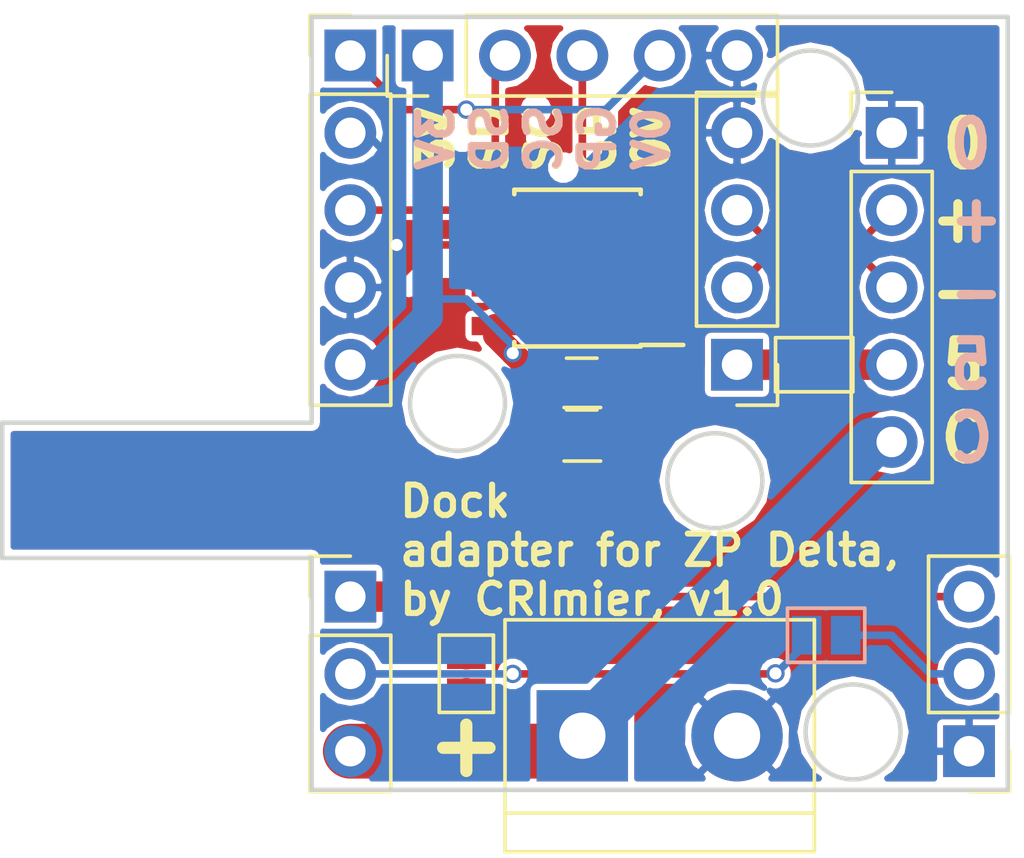
<source format=kicad_pcb>
(kicad_pcb (version 4) (host pcbnew 4.0.7)

  (general
    (links 32)
    (no_connects 5)
    (area 112.954999 102.794999 146.125001 128.345001)
    (thickness 1.6)
    (drawings 18)
    (tracks 70)
    (zones 0)
    (modules 14)
    (nets 15)
  )

  (page A4)
  (layers
    (0 F.Cu signal)
    (31 B.Cu signal)
    (32 B.Adhes user)
    (33 F.Adhes user)
    (34 B.Paste user)
    (35 F.Paste user)
    (36 B.SilkS user)
    (37 F.SilkS user)
    (38 B.Mask user)
    (39 F.Mask user)
    (40 Dwgs.User user)
    (41 Cmts.User user)
    (42 Eco1.User user)
    (43 Eco2.User user)
    (44 Edge.Cuts user)
    (45 Margin user)
    (46 B.CrtYd user)
    (47 F.CrtYd user)
    (48 B.Fab user)
    (49 F.Fab user hide)
  )

  (setup
    (last_trace_width 0.25)
    (user_trace_width 0.8)
    (user_trace_width 1)
    (user_trace_width 1.2)
    (user_trace_width 1.4)
    (user_trace_width 1.6)
    (user_trace_width 1.8)
    (trace_clearance 0.2)
    (zone_clearance 0.508)
    (zone_45_only no)
    (trace_min 0.2)
    (segment_width 0.2)
    (edge_width 0.15)
    (via_size 0.6)
    (via_drill 0.4)
    (via_min_size 0.4)
    (via_min_drill 0.3)
    (uvia_size 0.3)
    (uvia_drill 0.1)
    (uvias_allowed no)
    (uvia_min_size 0.2)
    (uvia_min_drill 0.1)
    (pcb_text_width 0.3)
    (pcb_text_size 1.5 1.5)
    (mod_edge_width 0.15)
    (mod_text_size 1 1)
    (mod_text_width 0.15)
    (pad_size 1.3 1.3)
    (pad_drill 0)
    (pad_to_mask_clearance 0.2)
    (aux_axis_origin 146.05 102.87)
    (visible_elements 7FFFFFFF)
    (pcbplotparams
      (layerselection 0x010f0_80000001)
      (usegerberextensions true)
      (usegerberattributes true)
      (excludeedgelayer true)
      (linewidth 0.100000)
      (plotframeref false)
      (viasonmask false)
      (mode 1)
      (useauxorigin true)
      (hpglpennumber 1)
      (hpglpenspeed 20)
      (hpglpendiameter 15)
      (hpglpenoverlay 2)
      (psnegative false)
      (psa4output false)
      (plotreference true)
      (plotvalue true)
      (plotinvisibletext false)
      (padsonsilk false)
      (subtractmaskfromsilk false)
      (outputformat 1)
      (mirror false)
      (drillshape 0)
      (scaleselection 1)
      (outputdirectory gerbers/))
  )

  (net 0 "")
  (net 1 +3V3)
  (net 2 GND)
  (net 3 +5V)
  (net 4 D-)
  (net 5 D+)
  (net 6 "Net-(J2-Pad1)")
  (net 7 CHG)
  (net 8 SDA)
  (net 9 SCL)
  (net 10 GPIO)
  (net 11 "Net-(J5-Pad2)")
  (net 12 ADC)
  (net 13 "Net-(J1-Pad4)")
  (net 14 "Net-(R1-Pad1)")

  (net_class Default "This is the default net class."
    (clearance 0.2)
    (trace_width 0.25)
    (via_dia 0.6)
    (via_drill 0.4)
    (uvia_dia 0.3)
    (uvia_drill 0.1)
    (add_net +3V3)
    (add_net +5V)
    (add_net ADC)
    (add_net CHG)
    (add_net D+)
    (add_net D-)
    (add_net GND)
    (add_net GPIO)
    (add_net "Net-(J1-Pad4)")
    (add_net "Net-(J2-Pad1)")
    (add_net "Net-(J5-Pad2)")
    (add_net "Net-(R1-Pad1)")
    (add_net SCL)
    (add_net SDA)
  )

  (module Connect:GS2 (layer F.Cu) (tedit 5AE7F9DF) (tstamp 5AE7F7EC)
    (at 139.695 114.3 270)
    (descr "2-pin solder bridge")
    (tags "solder bridge")
    (path /5AE80B0D)
    (attr smd)
    (fp_text reference JP2 (at 1.78 0 360) (layer F.SilkS) hide
      (effects (font (size 1 1) (thickness 0.15)))
    )
    (fp_text value ZUVCC (at -1.8 0 360) (layer F.Fab)
      (effects (font (size 1 1) (thickness 0.15)))
    )
    (fp_line (start 1.1 -1.45) (end 1.1 1.5) (layer F.CrtYd) (width 0.05))
    (fp_line (start 1.1 1.5) (end -1.1 1.5) (layer F.CrtYd) (width 0.05))
    (fp_line (start -1.1 1.5) (end -1.1 -1.45) (layer F.CrtYd) (width 0.05))
    (fp_line (start -1.1 -1.45) (end 1.1 -1.45) (layer F.CrtYd) (width 0.05))
    (fp_line (start -0.89 -1.27) (end -0.89 1.27) (layer F.SilkS) (width 0.12))
    (fp_line (start 0.89 1.27) (end 0.89 -1.27) (layer F.SilkS) (width 0.12))
    (fp_line (start 0.89 1.27) (end -0.89 1.27) (layer F.SilkS) (width 0.12))
    (fp_line (start -0.89 -1.27) (end 0.89 -1.27) (layer F.SilkS) (width 0.12))
    (pad 1 smd rect (at 0 -0.64 270) (size 1.27 0.97) (layers F.Cu F.Paste F.Mask)
      (net 13 "Net-(J1-Pad4)"))
    (pad 2 smd rect (at 0 0.64 270) (size 1.27 0.97) (layers F.Cu F.Paste F.Mask)
      (net 6 "Net-(J2-Pad1)"))
  )

  (module Capacitors_SMD:C_0805_HandSoldering (layer F.Cu) (tedit 5AE7F9D6) (tstamp 5AE7F7AA)
    (at 132.06 114.935)
    (descr "Capacitor SMD 0805, hand soldering")
    (tags "capacitor 0805")
    (path /5AE7FA85)
    (attr smd)
    (fp_text reference C1 (at 0 -1.75) (layer F.SilkS) hide
      (effects (font (size 1 1) (thickness 0.15)))
    )
    (fp_text value 100nF (at 0 1.75) (layer F.Fab)
      (effects (font (size 1 1) (thickness 0.15)))
    )
    (fp_text user %R (at 0 -1.75) (layer F.Fab)
      (effects (font (size 1 1) (thickness 0.15)))
    )
    (fp_line (start -1 0.62) (end -1 -0.62) (layer F.Fab) (width 0.1))
    (fp_line (start 1 0.62) (end -1 0.62) (layer F.Fab) (width 0.1))
    (fp_line (start 1 -0.62) (end 1 0.62) (layer F.Fab) (width 0.1))
    (fp_line (start -1 -0.62) (end 1 -0.62) (layer F.Fab) (width 0.1))
    (fp_line (start 0.5 -0.85) (end -0.5 -0.85) (layer F.SilkS) (width 0.12))
    (fp_line (start -0.5 0.85) (end 0.5 0.85) (layer F.SilkS) (width 0.12))
    (fp_line (start -2.25 -0.88) (end 2.25 -0.88) (layer F.CrtYd) (width 0.05))
    (fp_line (start -2.25 -0.88) (end -2.25 0.87) (layer F.CrtYd) (width 0.05))
    (fp_line (start 2.25 0.87) (end 2.25 -0.88) (layer F.CrtYd) (width 0.05))
    (fp_line (start 2.25 0.87) (end -2.25 0.87) (layer F.CrtYd) (width 0.05))
    (pad 1 smd rect (at -1.25 0) (size 1.5 1.25) (layers F.Cu F.Paste F.Mask)
      (net 1 +3V3))
    (pad 2 smd rect (at 1.25 0) (size 1.5 1.25) (layers F.Cu F.Paste F.Mask)
      (net 2 GND))
    (model Capacitors_SMD.3dshapes/C_0805.wrl
      (at (xyz 0 0 0))
      (scale (xyz 1 1 1))
      (rotate (xyz 0 0 0))
    )
  )

  (module Pin_Headers:Pin_Header_Straight_1x04_Pitch2.54mm (layer F.Cu) (tedit 5AE7F974) (tstamp 5AE7F7BA)
    (at 137.16 114.3 180)
    (descr "Through hole straight pin header, 1x04, 2.54mm pitch, single row")
    (tags "Through hole pin header THT 1x04 2.54mm single row")
    (path /5AE7F5D3)
    (fp_text reference J2 (at 0 -2.33 180) (layer F.SilkS) hide
      (effects (font (size 1 1) (thickness 0.15)))
    )
    (fp_text value USBI (at 0 9.95 180) (layer F.Fab) hide
      (effects (font (size 1 1) (thickness 0.15)))
    )
    (fp_line (start -0.635 -1.27) (end 1.27 -1.27) (layer F.Fab) (width 0.1))
    (fp_line (start 1.27 -1.27) (end 1.27 8.89) (layer F.Fab) (width 0.1))
    (fp_line (start 1.27 8.89) (end -1.27 8.89) (layer F.Fab) (width 0.1))
    (fp_line (start -1.27 8.89) (end -1.27 -0.635) (layer F.Fab) (width 0.1))
    (fp_line (start -1.27 -0.635) (end -0.635 -1.27) (layer F.Fab) (width 0.1))
    (fp_line (start -1.33 8.95) (end 1.33 8.95) (layer F.SilkS) (width 0.12))
    (fp_line (start -1.33 1.27) (end -1.33 8.95) (layer F.SilkS) (width 0.12))
    (fp_line (start 1.33 1.27) (end 1.33 8.95) (layer F.SilkS) (width 0.12))
    (fp_line (start -1.33 1.27) (end 1.33 1.27) (layer F.SilkS) (width 0.12))
    (fp_line (start -1.33 0) (end -1.33 -1.33) (layer F.SilkS) (width 0.12))
    (fp_line (start -1.33 -1.33) (end 0 -1.33) (layer F.SilkS) (width 0.12))
    (fp_line (start -1.8 -1.8) (end -1.8 9.4) (layer F.CrtYd) (width 0.05))
    (fp_line (start -1.8 9.4) (end 1.8 9.4) (layer F.CrtYd) (width 0.05))
    (fp_line (start 1.8 9.4) (end 1.8 -1.8) (layer F.CrtYd) (width 0.05))
    (fp_line (start 1.8 -1.8) (end -1.8 -1.8) (layer F.CrtYd) (width 0.05))
    (fp_text user %R (at 0 3.81 270) (layer F.Fab)
      (effects (font (size 1 1) (thickness 0.15)))
    )
    (pad 1 thru_hole rect (at 0 0 180) (size 1.7 1.7) (drill 1) (layers *.Cu *.Mask)
      (net 6 "Net-(J2-Pad1)"))
    (pad 2 thru_hole oval (at 0 2.54 180) (size 1.7 1.7) (drill 1) (layers *.Cu *.Mask)
      (net 4 D-))
    (pad 3 thru_hole oval (at 0 5.08 180) (size 1.7 1.7) (drill 1) (layers *.Cu *.Mask)
      (net 5 D+))
    (pad 4 thru_hole oval (at 0 7.62 180) (size 1.7 1.7) (drill 1) (layers *.Cu *.Mask)
      (net 2 GND))
    (model ${KISYS3DMOD}/Pin_Headers.3dshapes/Pin_Header_Straight_1x04_Pitch2.54mm.wrl
      (at (xyz 0 0 0))
      (scale (xyz 1 1 1))
      (rotate (xyz 0 0 0))
    )
  )

  (module Pin_Headers:Pin_Header_Straight_1x05_Pitch2.54mm (layer F.Cu) (tedit 5AE7F957) (tstamp 5AE7F7C9)
    (at 124.46 104.14)
    (descr "Through hole straight pin header, 1x05, 2.54mm pitch, single row")
    (tags "Through hole pin header THT 1x05 2.54mm single row")
    (path /5AE7F4B0)
    (fp_text reference J4 (at 0 -2.33) (layer F.SilkS) hide
      (effects (font (size 1 1) (thickness 0.15)))
    )
    (fp_text value I2CI (at 0 12.49) (layer F.Fab) hide
      (effects (font (size 1 1) (thickness 0.15)))
    )
    (fp_line (start -0.635 -1.27) (end 1.27 -1.27) (layer F.Fab) (width 0.1))
    (fp_line (start 1.27 -1.27) (end 1.27 11.43) (layer F.Fab) (width 0.1))
    (fp_line (start 1.27 11.43) (end -1.27 11.43) (layer F.Fab) (width 0.1))
    (fp_line (start -1.27 11.43) (end -1.27 -0.635) (layer F.Fab) (width 0.1))
    (fp_line (start -1.27 -0.635) (end -0.635 -1.27) (layer F.Fab) (width 0.1))
    (fp_line (start -1.33 11.49) (end 1.33 11.49) (layer F.SilkS) (width 0.12))
    (fp_line (start -1.33 1.27) (end -1.33 11.49) (layer F.SilkS) (width 0.12))
    (fp_line (start 1.33 1.27) (end 1.33 11.49) (layer F.SilkS) (width 0.12))
    (fp_line (start -1.33 1.27) (end 1.33 1.27) (layer F.SilkS) (width 0.12))
    (fp_line (start -1.33 0) (end -1.33 -1.33) (layer F.SilkS) (width 0.12))
    (fp_line (start -1.33 -1.33) (end 0 -1.33) (layer F.SilkS) (width 0.12))
    (fp_line (start -1.8 -1.8) (end -1.8 11.95) (layer F.CrtYd) (width 0.05))
    (fp_line (start -1.8 11.95) (end 1.8 11.95) (layer F.CrtYd) (width 0.05))
    (fp_line (start 1.8 11.95) (end 1.8 -1.8) (layer F.CrtYd) (width 0.05))
    (fp_line (start 1.8 -1.8) (end -1.8 -1.8) (layer F.CrtYd) (width 0.05))
    (fp_text user %R (at 0 5.08 90) (layer F.Fab)
      (effects (font (size 1 1) (thickness 0.15)))
    )
    (pad 1 thru_hole rect (at 0 0) (size 1.7 1.7) (drill 1) (layers *.Cu *.Mask)
      (net 10 GPIO))
    (pad 2 thru_hole oval (at 0 2.54) (size 1.7 1.7) (drill 1) (layers *.Cu *.Mask)
      (net 9 SCL))
    (pad 3 thru_hole oval (at 0 5.08) (size 1.7 1.7) (drill 1) (layers *.Cu *.Mask)
      (net 8 SDA))
    (pad 4 thru_hole oval (at 0 7.62) (size 1.7 1.7) (drill 1) (layers *.Cu *.Mask)
      (net 2 GND))
    (pad 5 thru_hole oval (at 0 10.16) (size 1.7 1.7) (drill 1) (layers *.Cu *.Mask)
      (net 1 +3V3))
    (model ${KISYS3DMOD}/Pin_Headers.3dshapes/Pin_Header_Straight_1x05_Pitch2.54mm.wrl
      (at (xyz 0 0 0))
      (scale (xyz 1 1 1))
      (rotate (xyz 0 0 0))
    )
  )

  (module Pin_Headers:Pin_Header_Straight_1x03_Pitch2.54mm (layer F.Cu) (tedit 5AE7F955) (tstamp 5AE7F7D0)
    (at 124.46 121.92)
    (descr "Through hole straight pin header, 1x03, 2.54mm pitch, single row")
    (tags "Through hole pin header THT 1x03 2.54mm single row")
    (path /5AE7F471)
    (fp_text reference J5 (at 0 -2.33) (layer F.SilkS) hide
      (effects (font (size 1 1) (thickness 0.15)))
    )
    (fp_text value AUXI (at 0 7.41) (layer F.Fab) hide
      (effects (font (size 1 1) (thickness 0.15)))
    )
    (fp_line (start -0.635 -1.27) (end 1.27 -1.27) (layer F.Fab) (width 0.1))
    (fp_line (start 1.27 -1.27) (end 1.27 6.35) (layer F.Fab) (width 0.1))
    (fp_line (start 1.27 6.35) (end -1.27 6.35) (layer F.Fab) (width 0.1))
    (fp_line (start -1.27 6.35) (end -1.27 -0.635) (layer F.Fab) (width 0.1))
    (fp_line (start -1.27 -0.635) (end -0.635 -1.27) (layer F.Fab) (width 0.1))
    (fp_line (start -1.33 6.41) (end 1.33 6.41) (layer F.SilkS) (width 0.12))
    (fp_line (start -1.33 1.27) (end -1.33 6.41) (layer F.SilkS) (width 0.12))
    (fp_line (start 1.33 1.27) (end 1.33 6.41) (layer F.SilkS) (width 0.12))
    (fp_line (start -1.33 1.27) (end 1.33 1.27) (layer F.SilkS) (width 0.12))
    (fp_line (start -1.33 0) (end -1.33 -1.33) (layer F.SilkS) (width 0.12))
    (fp_line (start -1.33 -1.33) (end 0 -1.33) (layer F.SilkS) (width 0.12))
    (fp_line (start -1.8 -1.8) (end -1.8 6.85) (layer F.CrtYd) (width 0.05))
    (fp_line (start -1.8 6.85) (end 1.8 6.85) (layer F.CrtYd) (width 0.05))
    (fp_line (start 1.8 6.85) (end 1.8 -1.8) (layer F.CrtYd) (width 0.05))
    (fp_line (start 1.8 -1.8) (end -1.8 -1.8) (layer F.CrtYd) (width 0.05))
    (fp_text user %R (at 0 2.54 90) (layer F.Fab)
      (effects (font (size 1 1) (thickness 0.15)))
    )
    (pad 1 thru_hole rect (at 0 0) (size 1.7 1.7) (drill 1) (layers *.Cu *.Mask)
      (net 3 +5V))
    (pad 2 thru_hole oval (at 0 2.54) (size 1.7 1.7) (drill 1) (layers *.Cu *.Mask)
      (net 11 "Net-(J5-Pad2)"))
    (pad 3 thru_hole oval (at 0 5.08) (size 1.7 1.7) (drill 1) (layers *.Cu *.Mask)
      (net 7 CHG))
    (model ${KISYS3DMOD}/Pin_Headers.3dshapes/Pin_Header_Straight_1x03_Pitch2.54mm.wrl
      (at (xyz 0 0 0))
      (scale (xyz 1 1 1))
      (rotate (xyz 0 0 0))
    )
  )

  (module Pin_Headers:Pin_Header_Straight_1x03_Pitch2.54mm (layer F.Cu) (tedit 5AE7F95C) (tstamp 5AE7F7D7)
    (at 144.78 127 180)
    (descr "Through hole straight pin header, 1x03, 2.54mm pitch, single row")
    (tags "Through hole pin header THT 1x03 2.54mm single row")
    (path /5AE80E8F)
    (fp_text reference J6 (at 0 -2.33 180) (layer F.SilkS) hide
      (effects (font (size 1 1) (thickness 0.15)))
    )
    (fp_text value ANI (at 0 7.41 180) (layer F.Fab)
      (effects (font (size 1 1) (thickness 0.15)))
    )
    (fp_line (start -0.635 -1.27) (end 1.27 -1.27) (layer F.Fab) (width 0.1))
    (fp_line (start 1.27 -1.27) (end 1.27 6.35) (layer F.Fab) (width 0.1))
    (fp_line (start 1.27 6.35) (end -1.27 6.35) (layer F.Fab) (width 0.1))
    (fp_line (start -1.27 6.35) (end -1.27 -0.635) (layer F.Fab) (width 0.1))
    (fp_line (start -1.27 -0.635) (end -0.635 -1.27) (layer F.Fab) (width 0.1))
    (fp_line (start -1.33 6.41) (end 1.33 6.41) (layer F.SilkS) (width 0.12))
    (fp_line (start -1.33 1.27) (end -1.33 6.41) (layer F.SilkS) (width 0.12))
    (fp_line (start 1.33 1.27) (end 1.33 6.41) (layer F.SilkS) (width 0.12))
    (fp_line (start -1.33 1.27) (end 1.33 1.27) (layer F.SilkS) (width 0.12))
    (fp_line (start -1.33 0) (end -1.33 -1.33) (layer F.SilkS) (width 0.12))
    (fp_line (start -1.33 -1.33) (end 0 -1.33) (layer F.SilkS) (width 0.12))
    (fp_line (start -1.8 -1.8) (end -1.8 6.85) (layer F.CrtYd) (width 0.05))
    (fp_line (start -1.8 6.85) (end 1.8 6.85) (layer F.CrtYd) (width 0.05))
    (fp_line (start 1.8 6.85) (end 1.8 -1.8) (layer F.CrtYd) (width 0.05))
    (fp_line (start 1.8 -1.8) (end -1.8 -1.8) (layer F.CrtYd) (width 0.05))
    (fp_text user %R (at 0 2.54 270) (layer F.Fab)
      (effects (font (size 1 1) (thickness 0.15)))
    )
    (pad 1 thru_hole rect (at 0 0 180) (size 1.7 1.7) (drill 1) (layers *.Cu *.Mask)
      (net 2 GND))
    (pad 2 thru_hole oval (at 0 2.54 180) (size 1.7 1.7) (drill 1) (layers *.Cu *.Mask)
      (net 12 ADC))
    (pad 3 thru_hole oval (at 0 5.08 180) (size 1.7 1.7) (drill 1) (layers *.Cu *.Mask)
      (net 1 +3V3))
    (model ${KISYS3DMOD}/Pin_Headers.3dshapes/Pin_Header_Straight_1x03_Pitch2.54mm.wrl
      (at (xyz 0 0 0))
      (scale (xyz 1 1 1))
      (rotate (xyz 0 0 0))
    )
  )

  (module Pin_Headers:Pin_Header_Straight_1x05_Pitch2.54mm (layer F.Cu) (tedit 5AE7FB5C) (tstamp 5AE7F7E0)
    (at 127 104.14 90)
    (descr "Through hole straight pin header, 1x05, 2.54mm pitch, single row")
    (tags "Through hole pin header THT 1x05 2.54mm single row")
    (path /5AE7FD18)
    (fp_text reference J7 (at 0 -2.33 90) (layer F.SilkS) hide
      (effects (font (size 1 1) (thickness 0.15)))
    )
    (fp_text value I2CO (at 0 12.49 90) (layer F.Fab) hide
      (effects (font (size 1 1) (thickness 0.15)))
    )
    (fp_line (start -0.635 -1.27) (end 1.27 -1.27) (layer F.Fab) (width 0.1))
    (fp_line (start 1.27 -1.27) (end 1.27 11.43) (layer F.Fab) (width 0.1))
    (fp_line (start 1.27 11.43) (end -1.27 11.43) (layer F.Fab) (width 0.1))
    (fp_line (start -1.27 11.43) (end -1.27 -0.635) (layer F.Fab) (width 0.1))
    (fp_line (start -1.27 -0.635) (end -0.635 -1.27) (layer F.Fab) (width 0.1))
    (fp_line (start -1.33 11.49) (end 1.33 11.49) (layer F.SilkS) (width 0.12))
    (fp_line (start -1.33 1.27) (end -1.33 11.49) (layer F.SilkS) (width 0.12))
    (fp_line (start 1.33 1.27) (end 1.33 11.49) (layer F.SilkS) (width 0.12))
    (fp_line (start -1.33 1.27) (end 1.33 1.27) (layer F.SilkS) (width 0.12))
    (fp_line (start -1.33 0) (end -1.33 -1.33) (layer F.SilkS) (width 0.12))
    (fp_line (start -1.33 -1.33) (end 0 -1.33) (layer F.SilkS) (width 0.12))
    (fp_line (start -1.8 -1.8) (end -1.8 11.95) (layer F.CrtYd) (width 0.05))
    (fp_line (start -1.8 11.95) (end 1.8 11.95) (layer F.CrtYd) (width 0.05))
    (fp_line (start 1.8 11.95) (end 1.8 -1.8) (layer F.CrtYd) (width 0.05))
    (fp_line (start 1.8 -1.8) (end -1.8 -1.8) (layer F.CrtYd) (width 0.05))
    (fp_text user %R (at 0 5.08 180) (layer F.Fab)
      (effects (font (size 1 1) (thickness 0.15)))
    )
    (pad 1 thru_hole rect (at 0 0 90) (size 1.7 1.7) (drill 1) (layers *.Cu *.Mask)
      (net 1 +3V3))
    (pad 2 thru_hole oval (at 0 2.54 90) (size 1.7 1.7) (drill 1) (layers *.Cu *.Mask)
      (net 8 SDA))
    (pad 3 thru_hole oval (at 0 5.08 90) (size 1.7 1.7) (drill 1) (layers *.Cu *.Mask)
      (net 9 SCL))
    (pad 4 thru_hole oval (at 0 7.62 90) (size 1.7 1.7) (drill 1) (layers *.Cu *.Mask)
      (net 10 GPIO))
    (pad 5 thru_hole oval (at 0 10.16 90) (size 1.7 1.7) (drill 1) (layers *.Cu *.Mask)
      (net 2 GND))
    (model ${KISYS3DMOD}/Pin_Headers.3dshapes/Pin_Header_Straight_1x05_Pitch2.54mm.wrl
      (at (xyz 0 0 0))
      (scale (xyz 1 1 1))
      (rotate (xyz 0 0 0))
    )
  )

  (module Connect:GS2 (layer F.Cu) (tedit 5AE7F9E3) (tstamp 5AE7F7E6)
    (at 128.27 124.455)
    (descr "2-pin solder bridge")
    (tags "solder bridge")
    (path /5AE80BEC)
    (attr smd)
    (fp_text reference JP1 (at 1.78 0 90) (layer F.SilkS) hide
      (effects (font (size 1 1) (thickness 0.15)))
    )
    (fp_text value CUVCC (at -1.8 0 90) (layer F.Fab)
      (effects (font (size 1 1) (thickness 0.15)))
    )
    (fp_line (start 1.1 -1.45) (end 1.1 1.5) (layer F.CrtYd) (width 0.05))
    (fp_line (start 1.1 1.5) (end -1.1 1.5) (layer F.CrtYd) (width 0.05))
    (fp_line (start -1.1 1.5) (end -1.1 -1.45) (layer F.CrtYd) (width 0.05))
    (fp_line (start -1.1 -1.45) (end 1.1 -1.45) (layer F.CrtYd) (width 0.05))
    (fp_line (start -0.89 -1.27) (end -0.89 1.27) (layer F.SilkS) (width 0.12))
    (fp_line (start 0.89 1.27) (end 0.89 -1.27) (layer F.SilkS) (width 0.12))
    (fp_line (start 0.89 1.27) (end -0.89 1.27) (layer F.SilkS) (width 0.12))
    (fp_line (start -0.89 -1.27) (end 0.89 -1.27) (layer F.SilkS) (width 0.12))
    (pad 1 smd rect (at 0 -0.64) (size 1.27 0.97) (layers F.Cu F.Paste F.Mask)
      (net 3 +5V))
    (pad 2 smd rect (at 0 0.64) (size 1.27 0.97) (layers F.Cu F.Paste F.Mask)
      (net 7 CHG))
  )

  (module Connect:GS2 (layer B.Cu) (tedit 5AE7FCF8) (tstamp 5AE7F7F2)
    (at 140.086 123.19 90)
    (descr "2-pin solder bridge")
    (tags "solder bridge")
    (path /5AE7F55B)
    (attr smd)
    (fp_text reference JP3 (at 1.78 0 180) (layer B.SilkS) hide
      (effects (font (size 1 1) (thickness 0.15)) (justify mirror))
    )
    (fp_text value ADC (at -1.8 0 180) (layer B.Fab) hide
      (effects (font (size 1 1) (thickness 0.15)) (justify mirror))
    )
    (fp_line (start 1.1 1.45) (end 1.1 -1.5) (layer B.CrtYd) (width 0.05))
    (fp_line (start 1.1 -1.5) (end -1.1 -1.5) (layer B.CrtYd) (width 0.05))
    (fp_line (start -1.1 -1.5) (end -1.1 1.45) (layer B.CrtYd) (width 0.05))
    (fp_line (start -1.1 1.45) (end 1.1 1.45) (layer B.CrtYd) (width 0.05))
    (fp_line (start -0.89 1.27) (end -0.89 -1.27) (layer B.SilkS) (width 0.12))
    (fp_line (start 0.89 -1.27) (end 0.89 1.27) (layer B.SilkS) (width 0.12))
    (fp_line (start 0.89 -1.27) (end -0.89 -1.27) (layer B.SilkS) (width 0.12))
    (fp_line (start -0.89 1.27) (end 0.89 1.27) (layer B.SilkS) (width 0.12))
    (pad 1 smd rect (at 0 0.64 90) (size 1.27 0.97) (layers B.Cu B.Paste B.Mask)
      (net 12 ADC))
    (pad 2 smd rect (at 0 -0.64 90) (size 1.27 0.97) (layers B.Cu B.Paste B.Mask)
      (net 11 "Net-(J5-Pad2)"))
  )

  (module Resistors_SMD:R_0805_HandSoldering (layer F.Cu) (tedit 5AE7F9D9) (tstamp 5AE7F7FE)
    (at 132.08 116.586 180)
    (descr "Resistor SMD 0805, hand soldering")
    (tags "resistor 0805")
    (path /5AE7F8CB)
    (attr smd)
    (fp_text reference R1 (at 0 -1.7 180) (layer F.SilkS) hide
      (effects (font (size 1 1) (thickness 0.15)))
    )
    (fp_text value 10K (at 0 1.75 180) (layer F.Fab)
      (effects (font (size 1 1) (thickness 0.15)))
    )
    (fp_text user %R (at 0 0 180) (layer F.Fab)
      (effects (font (size 0.5 0.5) (thickness 0.075)))
    )
    (fp_line (start -1 0.62) (end -1 -0.62) (layer F.Fab) (width 0.1))
    (fp_line (start 1 0.62) (end -1 0.62) (layer F.Fab) (width 0.1))
    (fp_line (start 1 -0.62) (end 1 0.62) (layer F.Fab) (width 0.1))
    (fp_line (start -1 -0.62) (end 1 -0.62) (layer F.Fab) (width 0.1))
    (fp_line (start 0.6 0.88) (end -0.6 0.88) (layer F.SilkS) (width 0.12))
    (fp_line (start -0.6 -0.88) (end 0.6 -0.88) (layer F.SilkS) (width 0.12))
    (fp_line (start -2.35 -0.9) (end 2.35 -0.9) (layer F.CrtYd) (width 0.05))
    (fp_line (start -2.35 -0.9) (end -2.35 0.9) (layer F.CrtYd) (width 0.05))
    (fp_line (start 2.35 0.9) (end 2.35 -0.9) (layer F.CrtYd) (width 0.05))
    (fp_line (start 2.35 0.9) (end -2.35 0.9) (layer F.CrtYd) (width 0.05))
    (pad 1 smd rect (at -1.35 0 180) (size 1.5 1.3) (layers F.Cu F.Paste F.Mask)
      (net 14 "Net-(R1-Pad1)"))
    (pad 2 smd rect (at 1.35 0 180) (size 1.5 1.3) (layers F.Cu F.Paste F.Mask)
      (net 1 +3V3))
    (model ${KISYS3DMOD}/Resistors_SMD.3dshapes/R_0805.wrl
      (at (xyz 0 0 0))
      (scale (xyz 1 1 1))
      (rotate (xyz 0 0 0))
    )
  )

  (module Housings_SOIC:SOIC-8_3.9x4.9mm_Pitch1.27mm (layer F.Cu) (tedit 5AE7F9EE) (tstamp 5AE7F80A)
    (at 131.92 111.125 180)
    (descr "8-Lead Plastic Small Outline (SN) - Narrow, 3.90 mm Body [SOIC] (see Microchip Packaging Specification 00000049BS.pdf)")
    (tags "SOIC 1.27")
    (path /5AE7F798)
    (attr smd)
    (fp_text reference U1 (at 0 -3.5 180) (layer F.SilkS) hide
      (effects (font (size 1 1) (thickness 0.15)))
    )
    (fp_text value 24LC32 (at 0 3.5 180) (layer F.Fab)
      (effects (font (size 1 1) (thickness 0.15)))
    )
    (fp_text user %R (at 0 0 180) (layer F.Fab)
      (effects (font (size 1 1) (thickness 0.15)))
    )
    (fp_line (start -0.95 -2.45) (end 1.95 -2.45) (layer F.Fab) (width 0.1))
    (fp_line (start 1.95 -2.45) (end 1.95 2.45) (layer F.Fab) (width 0.1))
    (fp_line (start 1.95 2.45) (end -1.95 2.45) (layer F.Fab) (width 0.1))
    (fp_line (start -1.95 2.45) (end -1.95 -1.45) (layer F.Fab) (width 0.1))
    (fp_line (start -1.95 -1.45) (end -0.95 -2.45) (layer F.Fab) (width 0.1))
    (fp_line (start -3.73 -2.7) (end -3.73 2.7) (layer F.CrtYd) (width 0.05))
    (fp_line (start 3.73 -2.7) (end 3.73 2.7) (layer F.CrtYd) (width 0.05))
    (fp_line (start -3.73 -2.7) (end 3.73 -2.7) (layer F.CrtYd) (width 0.05))
    (fp_line (start -3.73 2.7) (end 3.73 2.7) (layer F.CrtYd) (width 0.05))
    (fp_line (start -2.075 -2.575) (end -2.075 -2.525) (layer F.SilkS) (width 0.15))
    (fp_line (start 2.075 -2.575) (end 2.075 -2.43) (layer F.SilkS) (width 0.15))
    (fp_line (start 2.075 2.575) (end 2.075 2.43) (layer F.SilkS) (width 0.15))
    (fp_line (start -2.075 2.575) (end -2.075 2.43) (layer F.SilkS) (width 0.15))
    (fp_line (start -2.075 -2.575) (end 2.075 -2.575) (layer F.SilkS) (width 0.15))
    (fp_line (start -2.075 2.575) (end 2.075 2.575) (layer F.SilkS) (width 0.15))
    (fp_line (start -2.075 -2.525) (end -3.475 -2.525) (layer F.SilkS) (width 0.15))
    (pad 1 smd rect (at -2.7 -1.905 180) (size 1.55 0.6) (layers F.Cu F.Paste F.Mask)
      (net 2 GND))
    (pad 2 smd rect (at -2.7 -0.635 180) (size 1.55 0.6) (layers F.Cu F.Paste F.Mask)
      (net 2 GND))
    (pad 3 smd rect (at -2.7 0.635 180) (size 1.55 0.6) (layers F.Cu F.Paste F.Mask)
      (net 2 GND))
    (pad 4 smd rect (at -2.7 1.905 180) (size 1.55 0.6) (layers F.Cu F.Paste F.Mask)
      (net 2 GND))
    (pad 5 smd rect (at 2.7 1.905 180) (size 1.55 0.6) (layers F.Cu F.Paste F.Mask)
      (net 8 SDA))
    (pad 6 smd rect (at 2.7 0.635 180) (size 1.55 0.6) (layers F.Cu F.Paste F.Mask)
      (net 9 SCL))
    (pad 7 smd rect (at 2.7 -0.635 180) (size 1.55 0.6) (layers F.Cu F.Paste F.Mask)
      (net 14 "Net-(R1-Pad1)"))
    (pad 8 smd rect (at 2.7 -1.905 180) (size 1.55 0.6) (layers F.Cu F.Paste F.Mask)
      (net 1 +3V3))
    (model ${KISYS3DMOD}/Housings_SOIC.3dshapes/SOIC-8_3.9x4.9mm_Pitch1.27mm.wrl
      (at (xyz 0 0 0))
      (scale (xyz 1 1 1))
      (rotate (xyz 0 0 0))
    )
  )

  (module Pin_Headers:Pin_Header_Straight_1x05_Pitch2.54mm (layer F.Cu) (tedit 5AE7FCEC) (tstamp 5AE7FC49)
    (at 142.24 106.68)
    (descr "Through hole straight pin header, 1x05, 2.54mm pitch, single row")
    (tags "Through hole pin header THT 1x05 2.54mm single row")
    (path /5AE8152A)
    (fp_text reference J1 (at 0 -2.33) (layer F.SilkS) hide
      (effects (font (size 1 1) (thickness 0.15)))
    )
    (fp_text value USBO (at 0 12.49) (layer F.Fab)
      (effects (font (size 1 1) (thickness 0.15)))
    )
    (fp_line (start -0.635 -1.27) (end 1.27 -1.27) (layer F.Fab) (width 0.1))
    (fp_line (start 1.27 -1.27) (end 1.27 11.43) (layer F.Fab) (width 0.1))
    (fp_line (start 1.27 11.43) (end -1.27 11.43) (layer F.Fab) (width 0.1))
    (fp_line (start -1.27 11.43) (end -1.27 -0.635) (layer F.Fab) (width 0.1))
    (fp_line (start -1.27 -0.635) (end -0.635 -1.27) (layer F.Fab) (width 0.1))
    (fp_line (start -1.33 11.49) (end 1.33 11.49) (layer F.SilkS) (width 0.12))
    (fp_line (start -1.33 1.27) (end -1.33 11.49) (layer F.SilkS) (width 0.12))
    (fp_line (start 1.33 1.27) (end 1.33 11.49) (layer F.SilkS) (width 0.12))
    (fp_line (start -1.33 1.27) (end 1.33 1.27) (layer F.SilkS) (width 0.12))
    (fp_line (start -1.33 0) (end -1.33 -1.33) (layer F.SilkS) (width 0.12))
    (fp_line (start -1.33 -1.33) (end 0 -1.33) (layer F.SilkS) (width 0.12))
    (fp_line (start -1.8 -1.8) (end -1.8 11.95) (layer F.CrtYd) (width 0.05))
    (fp_line (start -1.8 11.95) (end 1.8 11.95) (layer F.CrtYd) (width 0.05))
    (fp_line (start 1.8 11.95) (end 1.8 -1.8) (layer F.CrtYd) (width 0.05))
    (fp_line (start 1.8 -1.8) (end -1.8 -1.8) (layer F.CrtYd) (width 0.05))
    (fp_text user %R (at 0 5.08 90) (layer F.Fab)
      (effects (font (size 1 1) (thickness 0.15)))
    )
    (pad 1 thru_hole rect (at 0 0) (size 1.7 1.7) (drill 1) (layers *.Cu *.Mask)
      (net 2 GND))
    (pad 2 thru_hole oval (at 0 2.54) (size 1.7 1.7) (drill 1) (layers *.Cu *.Mask)
      (net 5 D+))
    (pad 3 thru_hole oval (at 0 5.08) (size 1.7 1.7) (drill 1) (layers *.Cu *.Mask)
      (net 4 D-))
    (pad 4 thru_hole oval (at 0 7.62) (size 1.7 1.7) (drill 1) (layers *.Cu *.Mask)
      (net 13 "Net-(J1-Pad4)"))
    (pad 5 thru_hole oval (at 0 10.16) (size 1.7 1.7) (drill 1) (layers *.Cu *.Mask)
      (net 7 CHG))
    (model ${KISYS3DMOD}/Pin_Headers.3dshapes/Pin_Header_Straight_1x05_Pitch2.54mm.wrl
      (at (xyz 0 0 0))
      (scale (xyz 1 1 1))
      (rotate (xyz 0 0 0))
    )
  )

  (module Terminal_Blocks:TerminalBlock_bornier-2_P5.08mm (layer F.Cu) (tedit 5AE7FCB4) (tstamp 5AE7FCE2)
    (at 132.08 126.492)
    (descr "simple 2-pin terminal block, pitch 5.08mm, revamped version of bornier2")
    (tags "terminal block bornier2")
    (path /5AE7F732)
    (fp_text reference J3 (at 2.54 -5.08) (layer F.SilkS) hide
      (effects (font (size 1 1) (thickness 0.15)))
    )
    (fp_text value CHG (at 2.54 5.08) (layer F.Fab)
      (effects (font (size 1 1) (thickness 0.15)))
    )
    (fp_text user %R (at 2.54 0) (layer F.Fab)
      (effects (font (size 1 1) (thickness 0.15)))
    )
    (fp_line (start -2.41 2.55) (end 7.49 2.55) (layer F.Fab) (width 0.1))
    (fp_line (start -2.46 -3.75) (end -2.46 3.75) (layer F.Fab) (width 0.1))
    (fp_line (start -2.46 3.75) (end 7.54 3.75) (layer F.Fab) (width 0.1))
    (fp_line (start 7.54 3.75) (end 7.54 -3.75) (layer F.Fab) (width 0.1))
    (fp_line (start 7.54 -3.75) (end -2.46 -3.75) (layer F.Fab) (width 0.1))
    (fp_line (start 7.62 2.54) (end -2.54 2.54) (layer F.SilkS) (width 0.12))
    (fp_line (start 7.62 3.81) (end 7.62 -3.81) (layer F.SilkS) (width 0.12))
    (fp_line (start 7.62 -3.81) (end -2.54 -3.81) (layer F.SilkS) (width 0.12))
    (fp_line (start -2.54 -3.81) (end -2.54 3.81) (layer F.SilkS) (width 0.12))
    (fp_line (start -2.54 3.81) (end 7.62 3.81) (layer F.SilkS) (width 0.12))
    (fp_line (start -2.71 -4) (end 7.79 -4) (layer F.CrtYd) (width 0.05))
    (fp_line (start -2.71 -4) (end -2.71 4) (layer F.CrtYd) (width 0.05))
    (fp_line (start 7.79 4) (end 7.79 -4) (layer F.CrtYd) (width 0.05))
    (fp_line (start 7.79 4) (end -2.71 4) (layer F.CrtYd) (width 0.05))
    (pad 1 thru_hole rect (at 0 0) (size 3 3) (drill 1.52) (layers *.Cu *.Mask)
      (net 7 CHG))
    (pad 2 thru_hole circle (at 5.08 0) (size 3 3) (drill 1.52) (layers *.Cu *.Mask)
      (net 2 GND))
    (model ${KISYS3DMOD}/Terminal_Blocks.3dshapes/TerminalBlock_bornier-2_P5.08mm.wrl
      (at (xyz 0.1 0 0))
      (scale (xyz 1 1 1))
      (rotate (xyz 0 0 0))
    )
  )

  (module Measurement_Points:Measurement_Point_Round-SMD-Pad_Small (layer F.Cu) (tedit 5AEC5BAE) (tstamp 5AEC5B51)
    (at 135.245 114.935)
    (descr "Mesurement Point, Round, SMD Pad, DM 1.5mm,")
    (tags "Mesurement Point Round SMD Pad 1.5mm")
    (path /5AEC5E56)
    (attr virtual)
    (fp_text reference TP1 (at 0 -2) (layer F.SilkS) hide
      (effects (font (size 1 1) (thickness 0.15)))
    )
    (fp_text value WP (at 0 2) (layer F.Fab)
      (effects (font (size 1 1) (thickness 0.15)))
    )
    (fp_circle (center 0 0) (end 1 0) (layer F.CrtYd) (width 0.05))
    (pad 1 smd circle (at 0 0) (size 1.3 1.3) (layers F.Cu F.Mask)
      (net 14 "Net-(R1-Pad1)"))
  )

  (gr_text "0\n+\n-\n5\nC" (at 144.018 111.887) (layer B.SilkS) (tstamp 5AEC5C68)
    (effects (font (size 1.5 1.3) (thickness 0.3)) (justify right mirror))
  )
  (gr_text "3V\nSD\nSC\nGP\n0V" (at 130.81 106.8705 90) (layer B.SilkS) (tstamp 5AEC5C23)
    (effects (font (size 1.1 1.1) (thickness 0.25)) (justify mirror))
  )
  (gr_circle (center 139.573 105.537) (end 140.75584 106.553) (layer Edge.Cuts) (width 0.15) (tstamp 5AEC5BD7))
  (gr_line (start 123.19 116.205) (end 123.19 102.87) (layer Edge.Cuts) (width 0.15))
  (gr_line (start 123.19 120.65) (end 123.19 128.27) (layer Edge.Cuts) (width 0.15))
  (gr_line (start 113.03 120.65) (end 123.19 120.65) (layer Edge.Cuts) (width 0.15))
  (gr_line (start 113.03 116.205) (end 113.03 120.65) (layer Edge.Cuts) (width 0.15))
  (gr_line (start 123.19 116.205) (end 113.03 116.205) (layer Edge.Cuts) (width 0.15))
  (gr_circle (center 140.97 126.365) (end 142.15284 127.381) (layer Edge.Cuts) (width 0.15) (tstamp 5AE8000D))
  (gr_line (start 146.05 128.27) (end 123.19 128.27) (layer Edge.Cuts) (width 0.15))
  (gr_line (start 146.05 102.87) (end 146.05 128.27) (layer Edge.Cuts) (width 0.15))
  (gr_line (start 123.19 102.87) (end 146.05 102.87) (layer Edge.Cuts) (width 0.15))
  (gr_circle (center 136.433283 118.11) (end 137.616123 119.126) (layer Edge.Cuts) (width 0.15) (tstamp 5AE7FF69))
  (gr_circle (center 127.980717 115.57) (end 129.163557 116.586) (layer Edge.Cuts) (width 0.15))
  (gr_text "Dock\nadapter for ZP Delta,\nby CRImier, v1.0" (at 125.984 120.396) (layer F.SilkS)
    (effects (font (size 1 1) (thickness 0.2)) (justify left))
  )
  (gr_text + (at 128.27 126.746) (layer F.SilkS)
    (effects (font (size 2 2) (thickness 0.4)) (justify mirror))
  )
  (gr_text "0\n+\n-\n5\nC" (at 145.415 111.887) (layer F.SilkS)
    (effects (font (size 1.5 1.3) (thickness 0.3)) (justify right))
  )
  (gr_text "3V\nSD\nSC\nGP\n0V" (at 130.81 106.8705 90) (layer F.SilkS)
    (effects (font (size 1.1 1.1) (thickness 0.25)))
  )

  (segment (start 127 112.141) (end 127 112.717536) (width 1) (layer B.Cu) (net 1))
  (segment (start 127 112.717536) (end 125.417536 114.3) (width 1) (layer B.Cu) (net 1))
  (segment (start 125.417536 114.3) (end 124.46 114.3) (width 1) (layer B.Cu) (net 1))
  (segment (start 127 104.14) (end 127 112.141) (width 1) (layer B.Cu) (net 1))
  (segment (start 128.27 112.141) (end 127 112.141) (width 0.25) (layer B.Cu) (net 1))
  (segment (start 129.794 113.665) (end 128.27 112.141) (width 0.25) (layer B.Cu) (net 1))
  (segment (start 129.794 113.919) (end 129.794 113.665) (width 0.25) (layer B.Cu) (net 1))
  (segment (start 130.73 118.538) (end 134.112 121.92) (width 0.25) (layer F.Cu) (net 1))
  (segment (start 130.73 116.84) (end 130.73 118.538) (width 0.25) (layer F.Cu) (net 1))
  (segment (start 129.22 113.345) (end 129.794 113.919) (width 0.8) (layer F.Cu) (net 1))
  (segment (start 129.794 113.919) (end 130.81 114.935) (width 0.8) (layer F.Cu) (net 1))
  (via (at 129.794 113.919) (size 0.6) (drill 0.4) (layers F.Cu B.Cu) (net 1))
  (segment (start 130.81 114.935) (end 130.81 116.76) (width 0.25) (layer F.Cu) (net 1))
  (segment (start 130.81 116.76) (end 130.73 116.84) (width 0.25) (layer F.Cu) (net 1))
  (segment (start 129.22 113.03) (end 129.22 113.345) (width 0.8) (layer F.Cu) (net 1))
  (segment (start 134.112 121.92) (end 144.78 121.92) (width 0.25) (layer F.Cu) (net 1))
  (segment (start 128.27 121.92) (end 124.46 121.92) (width 1) (layer F.Cu) (net 3))
  (segment (start 128.27 123.815) (end 128.27 121.92) (width 1) (layer F.Cu) (net 3))
  (segment (start 141.224 110.744) (end 142.24 111.76) (width 0.25) (layer F.Cu) (net 4))
  (segment (start 138.176 110.744) (end 141.224 110.744) (width 0.25) (layer F.Cu) (net 4))
  (segment (start 137.16 111.76) (end 138.176 110.744) (width 0.25) (layer F.Cu) (net 4))
  (segment (start 141.224 110.236) (end 142.24 109.22) (width 0.25) (layer F.Cu) (net 5))
  (segment (start 138.176 110.236) (end 141.224 110.236) (width 0.25) (layer F.Cu) (net 5))
  (segment (start 137.16 109.22) (end 138.176 110.236) (width 0.25) (layer F.Cu) (net 5))
  (segment (start 139.055 114.3) (end 137.16 114.3) (width 1) (layer F.Cu) (net 6))
  (segment (start 132.08 127) (end 132.08 126.374943) (width 1.6) (layer B.Cu) (net 7))
  (segment (start 132.08 126.374943) (end 141.614943 116.84) (width 1.6) (layer B.Cu) (net 7))
  (segment (start 141.614943 116.84) (end 142.24 116.84) (width 1.6) (layer B.Cu) (net 7))
  (segment (start 128.27 127) (end 132.08 127) (width 1.8) (layer F.Cu) (net 7))
  (segment (start 132.08 127) (end 124.46 127) (width 1.8) (layer F.Cu) (net 7))
  (segment (start 128.27 125.095) (end 128.27 127) (width 1) (layer F.Cu) (net 7))
  (segment (start 124.46 109.22) (end 127.635 109.22) (width 0.25) (layer F.Cu) (net 8))
  (segment (start 129.22 109.22) (end 129.22 104.46) (width 0.25) (layer F.Cu) (net 8))
  (segment (start 129.22 104.46) (end 129.54 104.14) (width 0.25) (layer F.Cu) (net 8))
  (segment (start 129.730239 109.22) (end 129.22 109.22) (width 0.25) (layer F.Cu) (net 8))
  (segment (start 127.635 109.22) (end 129.22 109.22) (width 0.25) (layer F.Cu) (net 8))
  (segment (start 125.984 110.363) (end 129.093 110.363) (width 0.25) (layer F.Cu) (net 9))
  (segment (start 129.093 110.363) (end 129.22 110.49) (width 0.25) (layer F.Cu) (net 9))
  (segment (start 124.968 106.68) (end 125.984 107.696) (width 0.25) (layer B.Cu) (net 9))
  (segment (start 125.984 107.696) (end 125.984 110.363) (width 0.25) (layer B.Cu) (net 9))
  (via (at 125.984 110.363) (size 0.6) (drill 0.4) (layers F.Cu B.Cu) (net 9))
  (segment (start 124.46 106.68) (end 124.968 106.68) (width 0.25) (layer B.Cu) (net 9))
  (segment (start 129.22 110.49) (end 130.284729 110.49) (width 0.25) (layer F.Cu) (net 9))
  (segment (start 130.284729 110.49) (end 132.08 108.694729) (width 0.25) (layer F.Cu) (net 9))
  (segment (start 132.08 108.694729) (end 132.08 104.14) (width 0.25) (layer F.Cu) (net 9))
  (segment (start 128.27 105.918) (end 132.842 105.918) (width 0.25) (layer B.Cu) (net 10))
  (segment (start 132.842 105.918) (end 134.62 104.14) (width 0.25) (layer B.Cu) (net 10))
  (segment (start 134.62 104.658) (end 134.62 104.14) (width 0.25) (layer B.Cu) (net 10))
  (segment (start 124.46 104.14) (end 126.238 105.918) (width 0.25) (layer F.Cu) (net 10))
  (segment (start 126.238 105.918) (end 128.27 105.918) (width 0.25) (layer F.Cu) (net 10))
  (via (at 128.27 105.918) (size 0.6) (drill 0.4) (layers F.Cu B.Cu) (net 10))
  (segment (start 139.446 123.444) (end 138.43 124.46) (width 0.25) (layer B.Cu) (net 11))
  (segment (start 139.446 123.19) (end 139.446 123.444) (width 0.25) (layer B.Cu) (net 11))
  (segment (start 138.403986 124.46) (end 138.423334 124.440652) (width 0.25) (layer F.Cu) (net 11))
  (segment (start 129.794 124.46) (end 138.403986 124.46) (width 0.25) (layer F.Cu) (net 11))
  (via (at 138.423334 124.440652) (size 0.6) (drill 0.4) (layers F.Cu B.Cu) (net 11))
  (segment (start 124.46 124.46) (end 129.794 124.46) (width 0.25) (layer B.Cu) (net 11))
  (via (at 129.794 124.46) (size 0.6) (drill 0.4) (layers F.Cu B.Cu) (net 11))
  (segment (start 143.51 124.46) (end 144.78 124.46) (width 0.25) (layer B.Cu) (net 12))
  (segment (start 140.726 123.19) (end 142.24 123.19) (width 0.25) (layer B.Cu) (net 12))
  (segment (start 142.24 123.19) (end 143.51 124.46) (width 0.25) (layer B.Cu) (net 12))
  (segment (start 140.335 114.3) (end 142.24 114.3) (width 1) (layer F.Cu) (net 13))
  (segment (start 129.22 111.76) (end 130.81 111.76) (width 0.25) (layer F.Cu) (net 14))
  (segment (start 130.81 111.76) (end 132.08 113.03) (width 0.25) (layer F.Cu) (net 14))
  (segment (start 132.08 113.03) (end 132.08 115.665002) (width 0.25) (layer F.Cu) (net 14))
  (segment (start 132.08 115.665002) (end 133.254998 116.84) (width 0.25) (layer F.Cu) (net 14))
  (segment (start 133.254998 116.84) (end 133.43 116.84) (width 0.25) (layer F.Cu) (net 14))
  (segment (start 133.43 116.84) (end 133.43 116.710073) (width 0.25) (layer F.Cu) (net 14))
  (segment (start 133.43 116.710073) (end 135.205073 114.935) (width 0.25) (layer F.Cu) (net 14))
  (segment (start 135.205073 114.935) (end 135.245 114.935) (width 0.25) (layer F.Cu) (net 14))

  (zone (net 2) (net_name GND) (layer F.Cu) (tstamp 0) (hatch edge 0.508)
    (connect_pads (clearance 0.2))
    (min_thickness 0.2)
    (fill yes (arc_segments 16) (thermal_gap 0.2) (thermal_bridge_width 0.24))
    (polygon
      (pts
        (xy 113.03 102.87) (xy 146.05 102.87) (xy 146.05 128.27) (xy 113.03 128.27)
      )
    )
    (filled_polygon
      (pts
        (xy 131.266827 103.304297) (xy 131.017539 103.677384) (xy 130.93 104.11747) (xy 130.93 104.16253) (xy 131.017539 104.602616)
        (xy 131.266827 104.975703) (xy 131.639914 105.224991) (xy 131.655 105.227992) (xy 131.655 107.256376) (xy 131.574871 107.223104)
        (xy 131.45604 107.223) (xy 130.981 106.74796) (xy 130.981 106.34153) (xy 131.064359 106.258317) (xy 131.155896 106.037871)
        (xy 131.156104 105.799176) (xy 131.064952 105.578571) (xy 130.896317 105.409641) (xy 130.675871 105.318104) (xy 130.437176 105.317896)
        (xy 130.216571 105.409048) (xy 130.047641 105.577683) (xy 129.956104 105.798129) (xy 129.955896 106.036824) (xy 130.047048 106.257429)
        (xy 130.131 106.341528) (xy 130.131 106.924) (xy 130.157984 107.059657) (xy 130.163351 107.086641) (xy 130.25548 107.22452)
        (xy 130.854999 107.824039) (xy 130.854896 107.941824) (xy 130.946048 108.162429) (xy 131.114683 108.331359) (xy 131.335129 108.422896)
        (xy 131.573824 108.423104) (xy 131.655 108.389563) (xy 131.655 108.518688) (xy 130.203985 109.969704) (xy 130.114003 109.908222)
        (xy 129.995 109.884123) (xy 128.445 109.884123) (xy 128.333827 109.905042) (xy 128.231721 109.970745) (xy 128.16732 110.065)
        (xy 127 110.065) (xy 126.83736 110.097351) (xy 126.69948 110.18948) (xy 126.607351 110.32736) (xy 126.575 110.49)
        (xy 126.607351 110.65264) (xy 126.69948 110.79052) (xy 126.732521 110.812597) (xy 126.714738 110.824479) (xy 126.079738 111.45948)
        (xy 125.987609 111.597359) (xy 125.955259 111.76) (xy 125.987609 111.922641) (xy 126.079738 112.06052) (xy 126.217617 112.152649)
        (xy 126.380258 112.184999) (xy 126.542899 112.152649) (xy 126.680778 112.06052) (xy 127.191299 111.55) (xy 128.139123 111.55)
        (xy 128.139123 112.06) (xy 128.160042 112.171173) (xy 128.225745 112.273279) (xy 128.325997 112.341778) (xy 128.445 112.365877)
        (xy 129.039633 112.365877) (xy 128.952122 112.383284) (xy 128.891002 112.424123) (xy 128.445 112.424123) (xy 128.333827 112.445042)
        (xy 128.231721 112.510745) (xy 128.163222 112.610997) (xy 128.139123 112.73) (xy 128.139123 113.33) (xy 128.160042 113.441173)
        (xy 128.225745 113.543279) (xy 128.325997 113.611778) (xy 128.445 113.635877) (xy 128.588651 113.635877) (xy 128.681712 113.775153)
        (xy 127.980717 113.635716) (xy 127.240499 113.782955) (xy 126.612972 114.202255) (xy 126.193672 114.829782) (xy 126.046433 115.57)
        (xy 126.193672 116.310218) (xy 126.612972 116.937745) (xy 127.240499 117.357045) (xy 127.980717 117.504284) (xy 128.720935 117.357045)
        (xy 129.348462 116.937745) (xy 129.674123 116.450359) (xy 129.674123 117.236) (xy 129.695042 117.347173) (xy 129.760745 117.449279)
        (xy 129.860997 117.517778) (xy 129.98 117.541877) (xy 130.305 117.541877) (xy 130.305 118.538) (xy 130.331984 118.673657)
        (xy 130.337351 118.700641) (xy 130.42948 118.83852) (xy 133.811479 122.22052) (xy 133.903608 122.282078) (xy 133.94936 122.312649)
        (xy 134.112 122.345) (xy 143.692008 122.345) (xy 143.695009 122.360086) (xy 143.944297 122.733173) (xy 144.317384 122.982461)
        (xy 144.75747 123.07) (xy 144.80253 123.07) (xy 145.242616 122.982461) (xy 145.615703 122.733173) (xy 145.675 122.644428)
        (xy 145.675 123.735572) (xy 145.615703 123.646827) (xy 145.242616 123.397539) (xy 144.80253 123.31) (xy 144.75747 123.31)
        (xy 144.317384 123.397539) (xy 143.944297 123.646827) (xy 143.695009 124.019914) (xy 143.60747 124.46) (xy 143.695009 124.900086)
        (xy 143.944297 125.273173) (xy 144.317384 125.522461) (xy 144.75747 125.61) (xy 144.80253 125.61) (xy 145.242616 125.522461)
        (xy 145.615703 125.273173) (xy 145.675 125.184428) (xy 145.675 125.85) (xy 144.875 125.85) (xy 144.8 125.925)
        (xy 144.8 126.98) (xy 144.82 126.98) (xy 144.82 127.02) (xy 144.8 127.02) (xy 144.8 127.04)
        (xy 144.76 127.04) (xy 144.76 127.02) (xy 143.705 127.02) (xy 143.63 127.095) (xy 143.63 127.895)
        (xy 142.094913 127.895) (xy 142.337745 127.732745) (xy 142.757045 127.105218) (xy 142.904284 126.365) (xy 142.849648 126.090327)
        (xy 143.63 126.090327) (xy 143.63 126.905) (xy 143.705 126.98) (xy 144.76 126.98) (xy 144.76 125.925)
        (xy 144.685 125.85) (xy 143.870326 125.85) (xy 143.760063 125.895672) (xy 143.675672 125.980064) (xy 143.63 126.090327)
        (xy 142.849648 126.090327) (xy 142.757045 125.624782) (xy 142.337745 124.997255) (xy 141.710218 124.577955) (xy 140.97 124.430716)
        (xy 140.229782 124.577955) (xy 139.602255 124.997255) (xy 139.182955 125.624782) (xy 139.035716 126.365) (xy 139.182955 127.105218)
        (xy 139.602255 127.732745) (xy 139.845087 127.895) (xy 138.288527 127.895) (xy 138.390472 127.750756) (xy 137.16 126.520284)
        (xy 135.929528 127.750756) (xy 136.031473 127.895) (xy 133.885877 127.895) (xy 133.885877 126.798836) (xy 135.350567 126.798836)
        (xy 135.605723 127.467919) (xy 135.663573 127.554497) (xy 135.901244 127.722472) (xy 137.131716 126.492) (xy 137.188284 126.492)
        (xy 138.418756 127.722472) (xy 138.656427 127.554497) (xy 138.949119 126.900961) (xy 138.969433 126.185164) (xy 138.714277 125.516081)
        (xy 138.656427 125.429503) (xy 138.418756 125.261528) (xy 137.188284 126.492) (xy 137.131716 126.492) (xy 135.901244 125.261528)
        (xy 135.663573 125.429503) (xy 135.370881 126.083039) (xy 135.350567 126.798836) (xy 133.885877 126.798836) (xy 133.885877 124.992)
        (xy 133.865743 124.885) (xy 136.322334 124.885) (xy 136.184081 124.937723) (xy 136.097503 124.995573) (xy 135.929528 125.233244)
        (xy 137.16 126.463716) (xy 138.390472 125.233244) (xy 138.233856 125.011645) (xy 138.303463 125.040548) (xy 138.542158 125.040756)
        (xy 138.762763 124.949604) (xy 138.931693 124.780969) (xy 139.02323 124.560523) (xy 139.023438 124.321828) (xy 138.932286 124.101223)
        (xy 138.763651 123.932293) (xy 138.543205 123.840756) (xy 138.30451 123.840548) (xy 138.083905 123.9317) (xy 137.980424 124.035)
        (xy 130.21753 124.035) (xy 130.134317 123.951641) (xy 129.913871 123.860104) (xy 129.675176 123.859896) (xy 129.454571 123.951048)
        (xy 129.285641 124.119683) (xy 129.210877 124.299735) (xy 129.210877 123.33) (xy 129.189958 123.218827) (xy 129.124255 123.116721)
        (xy 129.07 123.07965) (xy 129.07 121.92) (xy 129.009104 121.613853) (xy 128.835685 121.354315) (xy 128.576147 121.180896)
        (xy 128.27 121.12) (xy 125.615877 121.12) (xy 125.615877 121.07) (xy 125.594958 120.958827) (xy 125.529255 120.856721)
        (xy 125.429003 120.788222) (xy 125.31 120.764123) (xy 123.61 120.764123) (xy 123.565 120.77259) (xy 123.565 120.65)
        (xy 123.536455 120.506494) (xy 123.455165 120.384835) (xy 123.333506 120.303545) (xy 123.19 120.275) (xy 113.405 120.275)
        (xy 113.405 116.58) (xy 123.19 116.58) (xy 123.333506 116.551455) (xy 123.455165 116.470165) (xy 123.536455 116.348506)
        (xy 123.565 116.205) (xy 123.565 115.024428) (xy 123.624297 115.113173) (xy 123.997384 115.362461) (xy 124.43747 115.45)
        (xy 124.48253 115.45) (xy 124.922616 115.362461) (xy 125.295703 115.113173) (xy 125.544991 114.740086) (xy 125.63253 114.3)
        (xy 125.544991 113.859914) (xy 125.295703 113.486827) (xy 124.922616 113.237539) (xy 124.48253 113.15) (xy 124.43747 113.15)
        (xy 123.997384 113.237539) (xy 123.624297 113.486827) (xy 123.565 113.575572) (xy 123.565 112.464646) (xy 123.842164 112.72994)
        (xy 124.260374 112.892543) (xy 124.44 112.834828) (xy 124.44 111.78) (xy 124.48 111.78) (xy 124.48 112.834828)
        (xy 124.659626 112.892543) (xy 125.077836 112.72994) (xy 125.401986 112.419672) (xy 125.582727 112.008975) (xy 125.592541 111.959626)
        (xy 125.534814 111.78) (xy 124.48 111.78) (xy 124.44 111.78) (xy 124.42 111.78) (xy 124.42 111.74)
        (xy 124.44 111.74) (xy 124.44 110.685172) (xy 124.48 110.685172) (xy 124.48 111.74) (xy 125.534814 111.74)
        (xy 125.592541 111.560374) (xy 125.582727 111.511025) (xy 125.401986 111.100328) (xy 125.077836 110.79006) (xy 124.659626 110.627457)
        (xy 124.48 110.685172) (xy 124.44 110.685172) (xy 124.260374 110.627457) (xy 123.842164 110.79006) (xy 123.565 111.055354)
        (xy 123.565 109.944428) (xy 123.624297 110.033173) (xy 123.997384 110.282461) (xy 124.43747 110.37) (xy 124.48253 110.37)
        (xy 124.922616 110.282461) (xy 125.295703 110.033173) (xy 125.544991 109.660086) (xy 125.547992 109.645) (xy 128.168939 109.645)
        (xy 128.225745 109.733279) (xy 128.325997 109.801778) (xy 128.445 109.825877) (xy 129.995 109.825877) (xy 130.106173 109.804958)
        (xy 130.208279 109.739255) (xy 130.276778 109.639003) (xy 130.300877 109.52) (xy 130.300877 108.92) (xy 130.279958 108.808827)
        (xy 130.214255 108.706721) (xy 130.114003 108.638222) (xy 129.995 108.614123) (xy 129.645 108.614123) (xy 129.645 105.291644)
        (xy 129.980086 105.224991) (xy 130.353173 104.975703) (xy 130.602461 104.602616) (xy 130.69 104.16253) (xy 130.69 104.11747)
        (xy 130.602461 103.677384) (xy 130.353173 103.304297) (xy 130.264428 103.245) (xy 131.355572 103.245)
      )
    )
    (filled_polygon
      (pts
        (xy 136.19006 103.522164) (xy 136.027457 103.940374) (xy 136.085172 104.12) (xy 137.14 104.12) (xy 137.14 104.1)
        (xy 137.18 104.1) (xy 137.18 104.12) (xy 137.2 104.12) (xy 137.2 104.16) (xy 137.18 104.16)
        (xy 137.18 105.214814) (xy 137.359626 105.272541) (xy 137.408975 105.262727) (xy 137.720547 105.125609) (xy 137.638716 105.537)
        (xy 137.664364 105.665941) (xy 137.359626 105.547457) (xy 137.18 105.605172) (xy 137.18 106.66) (xy 137.2 106.66)
        (xy 137.2 106.7) (xy 137.18 106.7) (xy 137.18 107.754828) (xy 137.359626 107.812543) (xy 137.777836 107.64994)
        (xy 138.101986 107.339672) (xy 138.273363 106.950253) (xy 138.832782 107.324045) (xy 139.573 107.471284) (xy 140.313218 107.324045)
        (xy 140.940745 106.904745) (xy 141.09 106.681369) (xy 141.09 106.700002) (xy 141.164998 106.700002) (xy 141.09 106.775)
        (xy 141.09 107.589673) (xy 141.135672 107.699936) (xy 141.220063 107.784328) (xy 141.330326 107.83) (xy 142.145 107.83)
        (xy 142.22 107.755) (xy 142.22 106.7) (xy 142.26 106.7) (xy 142.26 107.755) (xy 142.335 107.83)
        (xy 143.149674 107.83) (xy 143.259937 107.784328) (xy 143.344328 107.699936) (xy 143.39 107.589673) (xy 143.39 106.775)
        (xy 143.315 106.7) (xy 142.26 106.7) (xy 142.22 106.7) (xy 142.2 106.7) (xy 142.2 106.66)
        (xy 142.22 106.66) (xy 142.22 105.605) (xy 142.26 105.605) (xy 142.26 106.66) (xy 143.315 106.66)
        (xy 143.39 106.585) (xy 143.39 105.770327) (xy 143.344328 105.660064) (xy 143.259937 105.575672) (xy 143.149674 105.53)
        (xy 142.335 105.53) (xy 142.26 105.605) (xy 142.22 105.605) (xy 142.145 105.53) (xy 141.505892 105.53)
        (xy 141.360045 104.796782) (xy 140.940745 104.169255) (xy 140.313218 103.749955) (xy 139.573 103.602716) (xy 138.832782 103.749955)
        (xy 138.278973 104.119998) (xy 138.234829 104.119998) (xy 138.292543 103.940374) (xy 138.12994 103.522164) (xy 137.864646 103.245)
        (xy 145.675 103.245) (xy 145.675 121.195572) (xy 145.615703 121.106827) (xy 145.242616 120.857539) (xy 144.80253 120.77)
        (xy 144.75747 120.77) (xy 144.317384 120.857539) (xy 143.944297 121.106827) (xy 143.695009 121.479914) (xy 143.692008 121.495)
        (xy 134.288041 121.495) (xy 131.155 118.36196) (xy 131.155 118.11) (xy 134.498999 118.11) (xy 134.646238 118.850218)
        (xy 135.065538 119.477745) (xy 135.693065 119.897045) (xy 136.433283 120.044284) (xy 137.173501 119.897045) (xy 137.801028 119.477745)
        (xy 138.220328 118.850218) (xy 138.367567 118.11) (xy 138.220328 117.369782) (xy 137.86634 116.84) (xy 141.06747 116.84)
        (xy 141.155009 117.280086) (xy 141.404297 117.653173) (xy 141.777384 117.902461) (xy 142.21747 117.99) (xy 142.26253 117.99)
        (xy 142.702616 117.902461) (xy 143.075703 117.653173) (xy 143.324991 117.280086) (xy 143.41253 116.84) (xy 143.324991 116.399914)
        (xy 143.075703 116.026827) (xy 142.702616 115.777539) (xy 142.26253 115.69) (xy 142.21747 115.69) (xy 141.777384 115.777539)
        (xy 141.404297 116.026827) (xy 141.155009 116.399914) (xy 141.06747 116.84) (xy 137.86634 116.84) (xy 137.801028 116.742255)
        (xy 137.173501 116.322955) (xy 136.433283 116.175716) (xy 135.693065 116.322955) (xy 135.065538 116.742255) (xy 134.646238 117.369782)
        (xy 134.498999 118.11) (xy 131.155 118.11) (xy 131.155 117.541877) (xy 131.48 117.541877) (xy 131.591173 117.520958)
        (xy 131.693279 117.455255) (xy 131.761778 117.355003) (xy 131.785877 117.236) (xy 131.785877 115.971919) (xy 132.374123 116.560165)
        (xy 132.374123 117.236) (xy 132.395042 117.347173) (xy 132.460745 117.449279) (xy 132.560997 117.517778) (xy 132.68 117.541877)
        (xy 134.18 117.541877) (xy 134.291173 117.520958) (xy 134.393279 117.455255) (xy 134.461778 117.355003) (xy 134.485877 117.236)
        (xy 134.485877 116.255236) (xy 134.914644 115.82647) (xy 135.055204 115.884835) (xy 135.433138 115.885165) (xy 135.782429 115.740841)
        (xy 136.049902 115.473835) (xy 136.09469 115.365974) (xy 136.190997 115.431778) (xy 136.31 115.455877) (xy 138.01 115.455877)
        (xy 138.121173 115.434958) (xy 138.223279 115.369255) (xy 138.291778 115.269003) (xy 138.315877 115.15) (xy 138.315877 115.1)
        (xy 138.319679 115.1) (xy 138.350745 115.148279) (xy 138.450997 115.216778) (xy 138.57 115.240877) (xy 139.54 115.240877)
        (xy 139.651173 115.219958) (xy 139.694679 115.191963) (xy 139.730997 115.216778) (xy 139.85 115.240877) (xy 140.82 115.240877)
        (xy 140.931173 115.219958) (xy 141.033279 115.154255) (xy 141.07035 115.1) (xy 141.395495 115.1) (xy 141.404297 115.113173)
        (xy 141.777384 115.362461) (xy 142.21747 115.45) (xy 142.26253 115.45) (xy 142.702616 115.362461) (xy 143.075703 115.113173)
        (xy 143.324991 114.740086) (xy 143.41253 114.3) (xy 143.324991 113.859914) (xy 143.075703 113.486827) (xy 142.702616 113.237539)
        (xy 142.26253 113.15) (xy 142.21747 113.15) (xy 141.777384 113.237539) (xy 141.404297 113.486827) (xy 141.395495 113.5)
        (xy 141.070321 113.5) (xy 141.039255 113.451721) (xy 140.939003 113.383222) (xy 140.82 113.359123) (xy 139.85 113.359123)
        (xy 139.738827 113.380042) (xy 139.695321 113.408037) (xy 139.659003 113.383222) (xy 139.54 113.359123) (xy 138.57 113.359123)
        (xy 138.458827 113.380042) (xy 138.356721 113.445745) (xy 138.31965 113.5) (xy 138.315877 113.5) (xy 138.315877 113.45)
        (xy 138.294958 113.338827) (xy 138.229255 113.236721) (xy 138.129003 113.168222) (xy 138.01 113.144123) (xy 136.31 113.144123)
        (xy 136.198827 113.165042) (xy 136.096721 113.230745) (xy 136.028222 113.330997) (xy 136.004123 113.45) (xy 136.004123 114.350771)
        (xy 135.783835 114.130098) (xy 135.434796 113.985165) (xy 135.056862 113.984835) (xy 134.707571 114.129159) (xy 134.440098 114.396165)
        (xy 134.36 114.589063) (xy 134.36 114.250327) (xy 134.314328 114.140064) (xy 134.229937 114.055672) (xy 134.119674 114.01)
        (xy 133.405 114.01) (xy 133.33 114.085) (xy 133.33 114.915) (xy 133.35 114.915) (xy 133.35 114.955)
        (xy 133.33 114.955) (xy 133.33 114.975) (xy 133.29 114.975) (xy 133.29 114.955) (xy 133.27 114.955)
        (xy 133.27 114.915) (xy 133.29 114.915) (xy 133.29 114.085) (xy 133.215 114.01) (xy 132.505 114.01)
        (xy 132.505 113.125) (xy 133.545 113.125) (xy 133.545 113.389673) (xy 133.590672 113.499936) (xy 133.675063 113.584328)
        (xy 133.785326 113.63) (xy 134.525 113.63) (xy 134.6 113.555) (xy 134.6 113.05) (xy 134.64 113.05)
        (xy 134.64 113.555) (xy 134.715 113.63) (xy 135.454674 113.63) (xy 135.564937 113.584328) (xy 135.649328 113.499936)
        (xy 135.695 113.389673) (xy 135.695 113.125) (xy 135.62 113.05) (xy 134.64 113.05) (xy 134.6 113.05)
        (xy 133.62 113.05) (xy 133.545 113.125) (xy 132.505 113.125) (xy 132.505 113.03) (xy 132.472649 112.86736)
        (xy 132.402331 112.762122) (xy 132.38052 112.729479) (xy 132.321368 112.670327) (xy 133.545 112.670327) (xy 133.545 112.935)
        (xy 133.62 113.01) (xy 134.6 113.01) (xy 134.6 112.505) (xy 134.64 112.505) (xy 134.64 113.01)
        (xy 135.62 113.01) (xy 135.695 112.935) (xy 135.695 112.670327) (xy 135.649328 112.560064) (xy 135.564937 112.475672)
        (xy 135.454674 112.43) (xy 134.715 112.43) (xy 134.64 112.505) (xy 134.6 112.505) (xy 134.525 112.43)
        (xy 133.785326 112.43) (xy 133.675063 112.475672) (xy 133.590672 112.560064) (xy 133.545 112.670327) (xy 132.321368 112.670327)
        (xy 131.506041 111.855) (xy 133.545 111.855) (xy 133.545 112.119673) (xy 133.590672 112.229936) (xy 133.675063 112.314328)
        (xy 133.785326 112.36) (xy 134.525 112.36) (xy 134.6 112.285) (xy 134.6 111.78) (xy 134.64 111.78)
        (xy 134.64 112.285) (xy 134.715 112.36) (xy 135.454674 112.36) (xy 135.564937 112.314328) (xy 135.649328 112.229936)
        (xy 135.695 112.119673) (xy 135.695 111.855) (xy 135.62 111.78) (xy 134.64 111.78) (xy 134.6 111.78)
        (xy 133.62 111.78) (xy 133.545 111.855) (xy 131.506041 111.855) (xy 131.11052 111.45948) (xy 131.085813 111.442971)
        (xy 131.11193 111.42552) (xy 131.137123 111.400327) (xy 133.545 111.400327) (xy 133.545 111.665) (xy 133.62 111.74)
        (xy 134.6 111.74) (xy 134.6 111.235) (xy 134.64 111.235) (xy 134.64 111.74) (xy 135.62 111.74)
        (xy 135.695 111.665) (xy 135.695 111.400327) (xy 135.649328 111.290064) (xy 135.564937 111.205672) (xy 135.454674 111.16)
        (xy 134.715 111.16) (xy 134.64 111.235) (xy 134.6 111.235) (xy 134.525 111.16) (xy 133.785326 111.16)
        (xy 133.675063 111.205672) (xy 133.590672 111.290064) (xy 133.545 111.400327) (xy 131.137123 111.400327) (xy 131.95245 110.585)
        (xy 133.545 110.585) (xy 133.545 110.849673) (xy 133.590672 110.959936) (xy 133.675063 111.044328) (xy 133.785326 111.09)
        (xy 134.525 111.09) (xy 134.6 111.015) (xy 134.6 110.51) (xy 134.64 110.51) (xy 134.64 111.015)
        (xy 134.715 111.09) (xy 135.454674 111.09) (xy 135.564937 111.044328) (xy 135.649328 110.959936) (xy 135.695 110.849673)
        (xy 135.695 110.585) (xy 135.62 110.51) (xy 134.64 110.51) (xy 134.6 110.51) (xy 133.62 110.51)
        (xy 133.545 110.585) (xy 131.95245 110.585) (xy 132.407123 110.130327) (xy 133.545 110.130327) (xy 133.545 110.395)
        (xy 133.62 110.47) (xy 134.6 110.47) (xy 134.6 109.965) (xy 134.64 109.965) (xy 134.64 110.47)
        (xy 135.62 110.47) (xy 135.695 110.395) (xy 135.695 110.130327) (xy 135.649328 110.020064) (xy 135.564937 109.935672)
        (xy 135.454674 109.89) (xy 134.715 109.89) (xy 134.64 109.965) (xy 134.6 109.965) (xy 134.525 109.89)
        (xy 133.785326 109.89) (xy 133.675063 109.935672) (xy 133.590672 110.020064) (xy 133.545 110.130327) (xy 132.407123 110.130327)
        (xy 133.22245 109.315) (xy 133.545 109.315) (xy 133.545 109.579673) (xy 133.590672 109.689936) (xy 133.675063 109.774328)
        (xy 133.785326 109.82) (xy 134.525 109.82) (xy 134.6 109.745) (xy 134.6 109.24) (xy 134.64 109.24)
        (xy 134.64 109.745) (xy 134.715 109.82) (xy 135.454674 109.82) (xy 135.564937 109.774328) (xy 135.649328 109.689936)
        (xy 135.695 109.579673) (xy 135.695 109.315) (xy 135.62 109.24) (xy 134.64 109.24) (xy 134.6 109.24)
        (xy 133.62 109.24) (xy 133.545 109.315) (xy 133.22245 109.315) (xy 133.22914 109.308311) (xy 133.288147 109.22)
        (xy 135.98747 109.22) (xy 136.075009 109.660086) (xy 136.324297 110.033173) (xy 136.697384 110.282461) (xy 137.13747 110.37)
        (xy 137.18253 110.37) (xy 137.621619 110.282659) (xy 137.82896 110.49) (xy 137.621619 110.697341) (xy 137.18253 110.61)
        (xy 137.13747 110.61) (xy 136.697384 110.697539) (xy 136.324297 110.946827) (xy 136.075009 111.319914) (xy 135.98747 111.76)
        (xy 136.075009 112.200086) (xy 136.324297 112.573173) (xy 136.697384 112.822461) (xy 137.13747 112.91) (xy 137.18253 112.91)
        (xy 137.622616 112.822461) (xy 137.995703 112.573173) (xy 138.244991 112.200086) (xy 138.33253 111.76) (xy 138.244991 111.319914)
        (xy 138.227421 111.293619) (xy 138.35204 111.169) (xy 141.04796 111.169) (xy 141.172579 111.293619) (xy 141.155009 111.319914)
        (xy 141.06747 111.76) (xy 141.155009 112.200086) (xy 141.404297 112.573173) (xy 141.777384 112.822461) (xy 142.21747 112.91)
        (xy 142.26253 112.91) (xy 142.702616 112.822461) (xy 143.075703 112.573173) (xy 143.324991 112.200086) (xy 143.41253 111.76)
        (xy 143.324991 111.319914) (xy 143.075703 110.946827) (xy 142.702616 110.697539) (xy 142.26253 110.61) (xy 142.21747 110.61)
        (xy 141.778381 110.697341) (xy 141.57104 110.49) (xy 141.778381 110.282659) (xy 142.21747 110.37) (xy 142.26253 110.37)
        (xy 142.702616 110.282461) (xy 143.075703 110.033173) (xy 143.324991 109.660086) (xy 143.41253 109.22) (xy 143.324991 108.779914)
        (xy 143.075703 108.406827) (xy 142.702616 108.157539) (xy 142.26253 108.07) (xy 142.21747 108.07) (xy 141.777384 108.157539)
        (xy 141.404297 108.406827) (xy 141.155009 108.779914) (xy 141.06747 109.22) (xy 141.155009 109.660086) (xy 141.172579 109.686381)
        (xy 141.04796 109.811) (xy 138.35204 109.811) (xy 138.227421 109.686381) (xy 138.244991 109.660086) (xy 138.33253 109.22)
        (xy 138.244991 108.779914) (xy 137.995703 108.406827) (xy 137.622616 108.157539) (xy 137.18253 108.07) (xy 137.13747 108.07)
        (xy 136.697384 108.157539) (xy 136.324297 108.406827) (xy 136.075009 108.779914) (xy 135.98747 109.22) (xy 133.288147 109.22)
        (xy 133.321268 109.170432) (xy 133.353619 109.007791) (xy 133.353619 108.860327) (xy 133.545 108.860327) (xy 133.545 109.125)
        (xy 133.62 109.2) (xy 134.6 109.2) (xy 134.6 108.695) (xy 134.64 108.695) (xy 134.64 109.2)
        (xy 135.62 109.2) (xy 135.695 109.125) (xy 135.695 108.860327) (xy 135.649328 108.750064) (xy 135.564937 108.665672)
        (xy 135.454674 108.62) (xy 134.715 108.62) (xy 134.64 108.695) (xy 134.6 108.695) (xy 134.525 108.62)
        (xy 133.785326 108.62) (xy 133.675063 108.665672) (xy 133.590672 108.750064) (xy 133.545 108.860327) (xy 133.353619 108.860327)
        (xy 133.353619 106.879626) (xy 136.027459 106.879626) (xy 136.037273 106.928975) (xy 136.218014 107.339672) (xy 136.542164 107.64994)
        (xy 136.960374 107.812543) (xy 137.14 107.754828) (xy 137.14 106.7) (xy 136.085186 106.7) (xy 136.027459 106.879626)
        (xy 133.353619 106.879626) (xy 133.353619 106.480374) (xy 136.027459 106.480374) (xy 136.085186 106.66) (xy 137.14 106.66)
        (xy 137.14 105.605172) (xy 136.960374 105.547457) (xy 136.542164 105.71006) (xy 136.218014 106.020328) (xy 136.037273 106.431025)
        (xy 136.027459 106.480374) (xy 133.353619 106.480374) (xy 133.353619 106.007421) (xy 134.153619 105.207421) (xy 134.179914 105.224991)
        (xy 134.62 105.31253) (xy 135.060086 105.224991) (xy 135.433173 104.975703) (xy 135.682461 104.602616) (xy 135.734773 104.339626)
        (xy 136.027457 104.339626) (xy 136.19006 104.757836) (xy 136.500328 105.081986) (xy 136.911025 105.262727) (xy 136.960374 105.272541)
        (xy 137.14 105.214814) (xy 137.14 104.16) (xy 136.085172 104.16) (xy 136.027457 104.339626) (xy 135.734773 104.339626)
        (xy 135.77 104.16253) (xy 135.77 104.11747) (xy 135.682461 103.677384) (xy 135.433173 103.304297) (xy 135.344428 103.245)
        (xy 136.455354 103.245)
      )
    )
  )
  (zone (net 2) (net_name GND) (layer B.Cu) (tstamp 5AE7FA99) (hatch edge 0.508)
    (connect_pads (clearance 0.2))
    (min_thickness 0.2)
    (fill yes (arc_segments 16) (thermal_gap 0.2) (thermal_bridge_width 0.24))
    (polygon
      (pts
        (xy 113.03 128.27) (xy 146.05 128.27) (xy 146.05 102.87) (xy 113.03 102.87)
      )
    )
    (filled_polygon
      (pts
        (xy 136.19006 103.522164) (xy 136.027457 103.940374) (xy 136.085172 104.12) (xy 137.14 104.12) (xy 137.14 104.1)
        (xy 137.18 104.1) (xy 137.18 104.12) (xy 137.2 104.12) (xy 137.2 104.16) (xy 137.18 104.16)
        (xy 137.18 105.214814) (xy 137.359626 105.272541) (xy 137.408975 105.262727) (xy 137.720547 105.125609) (xy 137.638716 105.537)
        (xy 137.664364 105.665941) (xy 137.359626 105.547457) (xy 137.18 105.605172) (xy 137.18 106.66) (xy 137.2 106.66)
        (xy 137.2 106.7) (xy 137.18 106.7) (xy 137.18 107.754828) (xy 137.359626 107.812543) (xy 137.777836 107.64994)
        (xy 138.101986 107.339672) (xy 138.273363 106.950253) (xy 138.832782 107.324045) (xy 139.573 107.471284) (xy 140.313218 107.324045)
        (xy 140.940745 106.904745) (xy 141.09 106.681369) (xy 141.09 106.700002) (xy 141.164998 106.700002) (xy 141.09 106.775)
        (xy 141.09 107.589673) (xy 141.135672 107.699936) (xy 141.220063 107.784328) (xy 141.330326 107.83) (xy 142.145 107.83)
        (xy 142.22 107.755) (xy 142.22 106.7) (xy 142.26 106.7) (xy 142.26 107.755) (xy 142.335 107.83)
        (xy 143.149674 107.83) (xy 143.259937 107.784328) (xy 143.344328 107.699936) (xy 143.39 107.589673) (xy 143.39 106.775)
        (xy 143.315 106.7) (xy 142.26 106.7) (xy 142.22 106.7) (xy 142.2 106.7) (xy 142.2 106.66)
        (xy 142.22 106.66) (xy 142.22 105.605) (xy 142.26 105.605) (xy 142.26 106.66) (xy 143.315 106.66)
        (xy 143.39 106.585) (xy 143.39 105.770327) (xy 143.344328 105.660064) (xy 143.259937 105.575672) (xy 143.149674 105.53)
        (xy 142.335 105.53) (xy 142.26 105.605) (xy 142.22 105.605) (xy 142.145 105.53) (xy 141.505892 105.53)
        (xy 141.360045 104.796782) (xy 140.940745 104.169255) (xy 140.313218 103.749955) (xy 139.573 103.602716) (xy 138.832782 103.749955)
        (xy 138.278973 104.119998) (xy 138.234829 104.119998) (xy 138.292543 103.940374) (xy 138.12994 103.522164) (xy 137.864646 103.245)
        (xy 145.675 103.245) (xy 145.675 121.195572) (xy 145.615703 121.106827) (xy 145.242616 120.857539) (xy 144.80253 120.77)
        (xy 144.75747 120.77) (xy 144.317384 120.857539) (xy 143.944297 121.106827) (xy 143.695009 121.479914) (xy 143.60747 121.92)
        (xy 143.695009 122.360086) (xy 143.944297 122.733173) (xy 144.317384 122.982461) (xy 144.75747 123.07) (xy 144.80253 123.07)
        (xy 145.242616 122.982461) (xy 145.615703 122.733173) (xy 145.675 122.644428) (xy 145.675 123.735572) (xy 145.615703 123.646827)
        (xy 145.242616 123.397539) (xy 144.80253 123.31) (xy 144.75747 123.31) (xy 144.317384 123.397539) (xy 143.944297 123.646827)
        (xy 143.695009 124.019914) (xy 143.692008 124.035) (xy 143.686041 124.035) (xy 142.54052 122.88948) (xy 142.402641 122.797351)
        (xy 142.375657 122.791984) (xy 142.24 122.765) (xy 141.516877 122.765) (xy 141.516877 122.555) (xy 141.495958 122.443827)
        (xy 141.430255 122.341721) (xy 141.330003 122.273222) (xy 141.211 122.249123) (xy 140.241 122.249123) (xy 140.129827 122.270042)
        (xy 140.086321 122.298037) (xy 140.050003 122.273222) (xy 139.931 122.249123) (xy 138.961 122.249123) (xy 138.849827 122.270042)
        (xy 138.747721 122.335745) (xy 138.679222 122.435997) (xy 138.655123 122.555) (xy 138.655123 123.633837) (xy 138.448287 123.840673)
        (xy 138.30451 123.840548) (xy 138.083905 123.9317) (xy 137.914975 124.100335) (xy 137.823438 124.320781) (xy 137.82323 124.559476)
        (xy 137.914382 124.780081) (xy 138.054301 124.920245) (xy 137.568961 124.702881) (xy 136.853164 124.682567) (xy 136.184081 124.937723)
        (xy 136.097503 124.995573) (xy 135.929528 125.233244) (xy 137.16 126.463716) (xy 138.390472 125.233244) (xy 138.233856 125.011645)
        (xy 138.303463 125.040548) (xy 138.542158 125.040756) (xy 138.762763 124.949604) (xy 138.931693 124.780969) (xy 139.02323 124.560523)
        (xy 139.023311 124.467729) (xy 139.360163 124.130877) (xy 139.931 124.130877) (xy 140.042173 124.109958) (xy 140.085679 124.081963)
        (xy 140.121997 124.106778) (xy 140.241 124.130877) (xy 141.211 124.130877) (xy 141.322173 124.109958) (xy 141.424279 124.044255)
        (xy 141.492778 123.944003) (xy 141.516877 123.825) (xy 141.516877 123.615) (xy 142.06396 123.615) (xy 143.209479 124.76052)
        (xy 143.267711 124.799429) (xy 143.34736 124.852649) (xy 143.51 124.885) (xy 143.692008 124.885) (xy 143.695009 124.900086)
        (xy 143.944297 125.273173) (xy 144.317384 125.522461) (xy 144.75747 125.61) (xy 144.80253 125.61) (xy 145.242616 125.522461)
        (xy 145.615703 125.273173) (xy 145.675 125.184428) (xy 145.675 125.85) (xy 144.875 125.85) (xy 144.8 125.925)
        (xy 144.8 126.98) (xy 144.82 126.98) (xy 144.82 127.02) (xy 144.8 127.02) (xy 144.8 127.04)
        (xy 144.76 127.04) (xy 144.76 127.02) (xy 143.705 127.02) (xy 143.63 127.095) (xy 143.63 127.895)
        (xy 142.094913 127.895) (xy 142.337745 127.732745) (xy 142.757045 127.105218) (xy 142.904284 126.365) (xy 142.849648 126.090327)
        (xy 143.63 126.090327) (xy 143.63 126.905) (xy 143.705 126.98) (xy 144.76 126.98) (xy 144.76 125.925)
        (xy 144.685 125.85) (xy 143.870326 125.85) (xy 143.760063 125.895672) (xy 143.675672 125.980064) (xy 143.63 126.090327)
        (xy 142.849648 126.090327) (xy 142.757045 125.624782) (xy 142.337745 124.997255) (xy 141.710218 124.577955) (xy 140.97 124.430716)
        (xy 140.229782 124.577955) (xy 139.602255 124.997255) (xy 139.182955 125.624782) (xy 139.035716 126.365) (xy 139.182955 127.105218)
        (xy 139.602255 127.732745) (xy 139.845087 127.895) (xy 138.288527 127.895) (xy 138.390472 127.750756) (xy 137.16 126.520284)
        (xy 135.929528 127.750756) (xy 136.031473 127.895) (xy 133.885877 127.895) (xy 133.885877 126.798836) (xy 135.350567 126.798836)
        (xy 135.605723 127.467919) (xy 135.663573 127.554497) (xy 135.901244 127.722472) (xy 137.131716 126.492) (xy 137.188284 126.492)
        (xy 138.418756 127.722472) (xy 138.656427 127.554497) (xy 138.949119 126.900961) (xy 138.969433 126.185164) (xy 138.714277 125.516081)
        (xy 138.656427 125.429503) (xy 138.418756 125.261528) (xy 137.188284 126.492) (xy 137.131716 126.492) (xy 135.901244 125.261528)
        (xy 135.663573 125.429503) (xy 135.370881 126.083039) (xy 135.350567 126.798836) (xy 133.885877 126.798836) (xy 133.885877 126.1247)
        (xy 142.053245 117.957333) (xy 142.21747 117.99) (xy 142.26253 117.99) (xy 142.702616 117.902461) (xy 143.075703 117.653173)
        (xy 143.324991 117.280086) (xy 143.41253 116.84) (xy 143.324991 116.399914) (xy 143.075703 116.026827) (xy 142.702616 115.777539)
        (xy 142.26253 115.69) (xy 142.21747 115.69) (xy 141.966104 115.74) (xy 141.614943 115.74) (xy 141.193992 115.823732)
        (xy 140.837126 116.062182) (xy 138.262847 118.636461) (xy 138.367567 118.11) (xy 138.220328 117.369782) (xy 137.801028 116.742255)
        (xy 137.173501 116.322955) (xy 136.433283 116.175716) (xy 135.693065 116.322955) (xy 135.065538 116.742255) (xy 134.646238 117.369782)
        (xy 134.498999 118.11) (xy 134.646238 118.850218) (xy 135.065538 119.477745) (xy 135.693065 119.897045) (xy 136.433283 120.044284)
        (xy 136.959744 119.939564) (xy 132.213186 124.686123) (xy 130.58 124.686123) (xy 130.468827 124.707042) (xy 130.366721 124.772745)
        (xy 130.298222 124.872997) (xy 130.274123 124.992) (xy 130.274123 127.895) (xy 125.17324 127.895) (xy 125.295703 127.813173)
        (xy 125.544991 127.440086) (xy 125.63253 127) (xy 125.544991 126.559914) (xy 125.295703 126.186827) (xy 124.922616 125.937539)
        (xy 124.48253 125.85) (xy 124.43747 125.85) (xy 123.997384 125.937539) (xy 123.624297 126.186827) (xy 123.565 126.275572)
        (xy 123.565 125.184428) (xy 123.624297 125.273173) (xy 123.997384 125.522461) (xy 124.43747 125.61) (xy 124.48253 125.61)
        (xy 124.922616 125.522461) (xy 125.295703 125.273173) (xy 125.544991 124.900086) (xy 125.547992 124.885) (xy 129.37047 124.885)
        (xy 129.453683 124.968359) (xy 129.674129 125.059896) (xy 129.912824 125.060104) (xy 130.133429 124.968952) (xy 130.302359 124.800317)
        (xy 130.393896 124.579871) (xy 130.394104 124.341176) (xy 130.302952 124.120571) (xy 130.134317 123.951641) (xy 129.913871 123.860104)
        (xy 129.675176 123.859896) (xy 129.454571 123.951048) (xy 129.370472 124.035) (xy 125.547992 124.035) (xy 125.544991 124.019914)
        (xy 125.295703 123.646827) (xy 124.922616 123.397539) (xy 124.48253 123.31) (xy 124.43747 123.31) (xy 123.997384 123.397539)
        (xy 123.624297 123.646827) (xy 123.565 123.735572) (xy 123.565 123.066764) (xy 123.61 123.075877) (xy 125.31 123.075877)
        (xy 125.421173 123.054958) (xy 125.523279 122.989255) (xy 125.591778 122.889003) (xy 125.615877 122.77) (xy 125.615877 121.07)
        (xy 125.594958 120.958827) (xy 125.529255 120.856721) (xy 125.429003 120.788222) (xy 125.31 120.764123) (xy 123.61 120.764123)
        (xy 123.565 120.77259) (xy 123.565 120.65) (xy 123.536455 120.506494) (xy 123.455165 120.384835) (xy 123.333506 120.303545)
        (xy 123.19 120.275) (xy 113.405 120.275) (xy 113.405 116.58) (xy 123.19 116.58) (xy 123.333506 116.551455)
        (xy 123.455165 116.470165) (xy 123.536455 116.348506) (xy 123.565 116.205) (xy 123.565 115.024428) (xy 123.624297 115.113173)
        (xy 123.997384 115.362461) (xy 124.43747 115.45) (xy 124.48253 115.45) (xy 124.922616 115.362461) (xy 125.295703 115.113173)
        (xy 125.304505 115.1) (xy 125.417536 115.1) (xy 125.723683 115.039104) (xy 125.983221 114.865685) (xy 126.545154 114.303752)
        (xy 126.193672 114.829782) (xy 126.046433 115.57) (xy 126.193672 116.310218) (xy 126.612972 116.937745) (xy 127.240499 117.357045)
        (xy 127.980717 117.504284) (xy 128.720935 117.357045) (xy 129.348462 116.937745) (xy 129.767762 116.310218) (xy 129.915001 115.57)
        (xy 129.767762 114.829782) (xy 129.516224 114.453328) (xy 129.674129 114.518896) (xy 129.912824 114.519104) (xy 130.133429 114.427952)
        (xy 130.302359 114.259317) (xy 130.393896 114.038871) (xy 130.394104 113.800176) (xy 130.302952 113.579571) (xy 130.173608 113.45)
        (xy 136.004123 113.45) (xy 136.004123 115.15) (xy 136.025042 115.261173) (xy 136.090745 115.363279) (xy 136.190997 115.431778)
        (xy 136.31 115.455877) (xy 138.01 115.455877) (xy 138.121173 115.434958) (xy 138.223279 115.369255) (xy 138.291778 115.269003)
        (xy 138.315877 115.15) (xy 138.315877 114.3) (xy 141.06747 114.3) (xy 141.155009 114.740086) (xy 141.404297 115.113173)
        (xy 141.777384 115.362461) (xy 142.21747 115.45) (xy 142.26253 115.45) (xy 142.702616 115.362461) (xy 143.075703 115.113173)
        (xy 143.324991 114.740086) (xy 143.41253 114.3) (xy 143.324991 113.859914) (xy 143.075703 113.486827) (xy 142.702616 113.237539)
        (xy 142.26253 113.15) (xy 142.21747 113.15) (xy 141.777384 113.237539) (xy 141.404297 113.486827) (xy 141.155009 113.859914)
        (xy 141.06747 114.3) (xy 138.315877 114.3) (xy 138.315877 113.45) (xy 138.294958 113.338827) (xy 138.229255 113.236721)
        (xy 138.129003 113.168222) (xy 138.01 113.144123) (xy 136.31 113.144123) (xy 136.198827 113.165042) (xy 136.096721 113.230745)
        (xy 136.028222 113.330997) (xy 136.004123 113.45) (xy 130.173608 113.45) (xy 130.134317 113.410641) (xy 130.121927 113.405496)
        (xy 130.09452 113.364479) (xy 128.57052 111.84048) (xy 128.450075 111.76) (xy 135.98747 111.76) (xy 136.075009 112.200086)
        (xy 136.324297 112.573173) (xy 136.697384 112.822461) (xy 137.13747 112.91) (xy 137.18253 112.91) (xy 137.622616 112.822461)
        (xy 137.995703 112.573173) (xy 138.244991 112.200086) (xy 138.33253 111.76) (xy 141.06747 111.76) (xy 141.155009 112.200086)
        (xy 141.404297 112.573173) (xy 141.777384 112.822461) (xy 142.21747 112.91) (xy 142.26253 112.91) (xy 142.702616 112.822461)
        (xy 143.075703 112.573173) (xy 143.324991 112.200086) (xy 143.41253 111.76) (xy 143.324991 111.319914) (xy 143.075703 110.946827)
        (xy 142.702616 110.697539) (xy 142.26253 110.61) (xy 142.21747 110.61) (xy 141.777384 110.697539) (xy 141.404297 110.946827)
        (xy 141.155009 111.319914) (xy 141.06747 111.76) (xy 138.33253 111.76) (xy 138.244991 111.319914) (xy 137.995703 110.946827)
        (xy 137.622616 110.697539) (xy 137.18253 110.61) (xy 137.13747 110.61) (xy 136.697384 110.697539) (xy 136.324297 110.946827)
        (xy 136.075009 111.319914) (xy 135.98747 111.76) (xy 128.450075 111.76) (xy 128.432641 111.748351) (xy 128.405657 111.742984)
        (xy 128.27 111.716) (xy 127.8 111.716) (xy 127.8 109.22) (xy 135.98747 109.22) (xy 136.075009 109.660086)
        (xy 136.324297 110.033173) (xy 136.697384 110.282461) (xy 137.13747 110.37) (xy 137.18253 110.37) (xy 137.622616 110.282461)
        (xy 137.995703 110.033173) (xy 138.244991 109.660086) (xy 138.33253 109.22) (xy 141.06747 109.22) (xy 141.155009 109.660086)
        (xy 141.404297 110.033173) (xy 141.777384 110.282461) (xy 142.21747 110.37) (xy 142.26253 110.37) (xy 142.702616 110.282461)
        (xy 143.075703 110.033173) (xy 143.324991 109.660086) (xy 143.41253 109.22) (xy 143.324991 108.779914) (xy 143.075703 108.406827)
        (xy 142.702616 108.157539) (xy 142.26253 108.07) (xy 142.21747 108.07) (xy 141.777384 108.157539) (xy 141.404297 108.406827)
        (xy 141.155009 108.779914) (xy 141.06747 109.22) (xy 138.33253 109.22) (xy 138.244991 108.779914) (xy 137.995703 108.406827)
        (xy 137.622616 108.157539) (xy 137.18253 108.07) (xy 137.13747 108.07) (xy 136.697384 108.157539) (xy 136.324297 108.406827)
        (xy 136.075009 108.779914) (xy 135.98747 109.22) (xy 127.8 109.22) (xy 127.8 107.312671) (xy 127.802683 107.315359)
        (xy 128.023129 107.406896) (xy 128.261824 107.407104) (xy 128.482429 107.315952) (xy 128.566528 107.232) (xy 131.314143 107.232)
        (xy 131.115571 107.314048) (xy 130.946641 107.482683) (xy 130.855104 107.703129) (xy 130.854896 107.941824) (xy 130.946048 108.162429)
        (xy 131.114683 108.331359) (xy 131.335129 108.422896) (xy 131.573824 108.423104) (xy 131.794429 108.331952) (xy 131.963359 108.163317)
        (xy 132.054896 107.942871) (xy 132.055 107.82404) (xy 132.999414 106.879626) (xy 136.027459 106.879626) (xy 136.037273 106.928975)
        (xy 136.218014 107.339672) (xy 136.542164 107.64994) (xy 136.960374 107.812543) (xy 137.14 107.754828) (xy 137.14 106.7)
        (xy 136.085186 106.7) (xy 136.027459 106.879626) (xy 132.999414 106.879626) (xy 133.398666 106.480374) (xy 136.027459 106.480374)
        (xy 136.085186 106.66) (xy 137.14 106.66) (xy 137.14 105.605172) (xy 136.960374 105.547457) (xy 136.542164 105.71006)
        (xy 136.218014 106.020328) (xy 136.037273 106.431025) (xy 136.027459 106.480374) (xy 133.398666 106.480374) (xy 134.575385 105.303655)
        (xy 134.62 105.31253) (xy 135.060086 105.224991) (xy 135.433173 104.975703) (xy 135.682461 104.602616) (xy 135.734773 104.339626)
        (xy 136.027457 104.339626) (xy 136.19006 104.757836) (xy 136.500328 105.081986) (xy 136.911025 105.262727) (xy 136.960374 105.272541)
        (xy 137.14 105.214814) (xy 137.14 104.16) (xy 136.085172 104.16) (xy 136.027457 104.339626) (xy 135.734773 104.339626)
        (xy 135.77 104.16253) (xy 135.77 104.11747) (xy 135.682461 103.677384) (xy 135.433173 103.304297) (xy 135.344428 103.245)
        (xy 136.455354 103.245)
      )
    )
    (filled_polygon
      (pts
        (xy 125.844123 103.29) (xy 125.844123 104.99) (xy 125.865042 105.101173) (xy 125.930745 105.203279) (xy 126.030997 105.271778)
        (xy 126.15 105.295877) (xy 126.2 105.295877) (xy 126.2 112.386166) (xy 125.177991 113.408175) (xy 124.922616 113.237539)
        (xy 124.48253 113.15) (xy 124.43747 113.15) (xy 123.997384 113.237539) (xy 123.624297 113.486827) (xy 123.565 113.575572)
        (xy 123.565 112.464646) (xy 123.842164 112.72994) (xy 124.260374 112.892543) (xy 124.44 112.834828) (xy 124.44 111.78)
        (xy 124.48 111.78) (xy 124.48 112.834828) (xy 124.659626 112.892543) (xy 125.077836 112.72994) (xy 125.401986 112.419672)
        (xy 125.582727 112.008975) (xy 125.592541 111.959626) (xy 125.534814 111.78) (xy 124.48 111.78) (xy 124.44 111.78)
        (xy 124.42 111.78) (xy 124.42 111.74) (xy 124.44 111.74) (xy 124.44 110.685172) (xy 124.48 110.685172)
        (xy 124.48 111.74) (xy 125.534814 111.74) (xy 125.592541 111.560374) (xy 125.582727 111.511025) (xy 125.401986 111.100328)
        (xy 125.077836 110.79006) (xy 124.659626 110.627457) (xy 124.48 110.685172) (xy 124.44 110.685172) (xy 124.260374 110.627457)
        (xy 123.842164 110.79006) (xy 123.565 111.055354) (xy 123.565 109.944428) (xy 123.624297 110.033173) (xy 123.997384 110.282461)
        (xy 124.43747 110.37) (xy 124.48253 110.37) (xy 124.922616 110.282461) (xy 125.295703 110.033173) (xy 125.544991 109.660086)
        (xy 125.63253 109.22) (xy 125.544991 108.779914) (xy 125.295703 108.406827) (xy 124.922616 108.157539) (xy 124.48253 108.07)
        (xy 124.43747 108.07) (xy 123.997384 108.157539) (xy 123.624297 108.406827) (xy 123.565 108.495572) (xy 123.565 107.404428)
        (xy 123.624297 107.493173) (xy 123.997384 107.742461) (xy 124.43747 107.83) (xy 124.48253 107.83) (xy 124.922616 107.742461)
        (xy 125.295703 107.493173) (xy 125.544991 107.120086) (xy 125.63253 106.68) (xy 125.544991 106.239914) (xy 125.295703 105.866827)
        (xy 124.922616 105.617539) (xy 124.48253 105.53) (xy 124.43747 105.53) (xy 123.997384 105.617539) (xy 123.624297 105.866827)
        (xy 123.565 105.955572) (xy 123.565 105.286764) (xy 123.61 105.295877) (xy 125.31 105.295877) (xy 125.421173 105.274958)
        (xy 125.523279 105.209255) (xy 125.591778 105.109003) (xy 125.615877 104.99) (xy 125.615877 103.29) (xy 125.60741 103.245)
        (xy 125.853236 103.245)
      )
    )
  )
)

</source>
